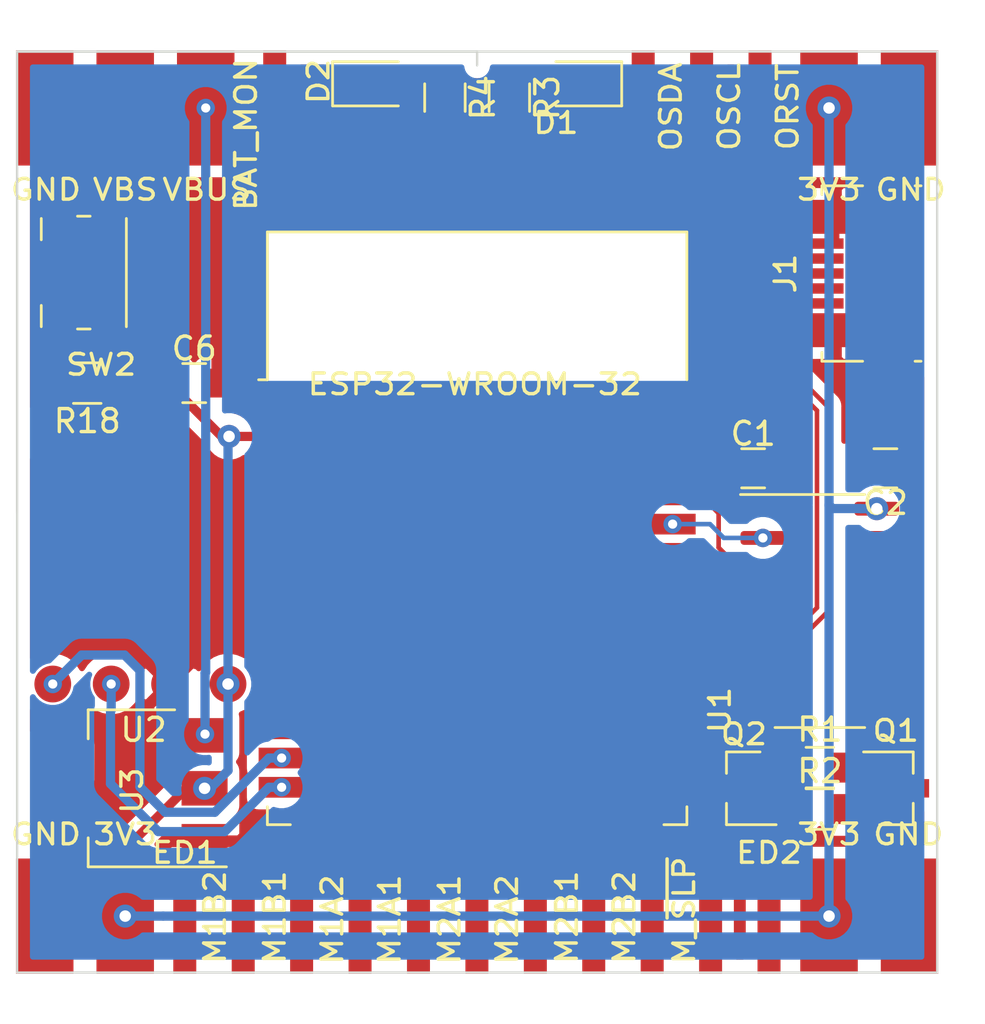
<source format=kicad_pcb>
(kicad_pcb (version 20171130) (host pcbnew "(5.1.2)-1")

  (general
    (thickness 1.6)
    (drawings 7)
    (tracks 149)
    (zones 0)
    (modules 42)
    (nets 38)
  )

  (page A4)
  (layers
    (0 F.Cu signal)
    (31 B.Cu signal)
    (32 B.Adhes user)
    (33 F.Adhes user)
    (34 B.Paste user)
    (35 F.Paste user)
    (36 B.SilkS user)
    (37 F.SilkS user)
    (38 B.Mask user)
    (39 F.Mask user)
    (40 Dwgs.User user)
    (41 Cmts.User user)
    (42 Eco1.User user)
    (43 Eco2.User user)
    (44 Edge.Cuts user)
    (45 Margin user)
    (46 B.CrtYd user)
    (47 F.CrtYd user)
    (48 B.Fab user)
    (49 F.Fab user)
  )

  (setup
    (last_trace_width 0.4)
    (user_trace_width 0.2)
    (user_trace_width 0.3)
    (user_trace_width 0.4)
    (trace_clearance 0.2)
    (zone_clearance 0.508)
    (zone_45_only no)
    (trace_min 0.2)
    (via_size 0.8)
    (via_drill 0.4)
    (via_min_size 0.4)
    (via_min_drill 0.3)
    (uvia_size 0.3)
    (uvia_drill 0.1)
    (uvias_allowed no)
    (uvia_min_size 0.2)
    (uvia_min_drill 0.1)
    (edge_width 0.1)
    (segment_width 0.2)
    (pcb_text_width 0.3)
    (pcb_text_size 1.5 1.5)
    (mod_edge_width 0.15)
    (mod_text_size 1 1)
    (mod_text_width 0.15)
    (pad_size 1.475 2.1)
    (pad_drill 0)
    (pad_to_mask_clearance 0)
    (aux_axis_origin 0 0)
    (grid_origin 215.5 123)
    (visible_elements 7FFFFFFF)
    (pcbplotparams
      (layerselection 0x010fc_ffffffff)
      (usegerberextensions false)
      (usegerberattributes false)
      (usegerberadvancedattributes false)
      (creategerberjobfile false)
      (excludeedgelayer true)
      (linewidth 0.100000)
      (plotframeref false)
      (viasonmask false)
      (mode 1)
      (useauxorigin false)
      (hpglpennumber 1)
      (hpglpenspeed 20)
      (hpglpendiameter 15.000000)
      (psnegative false)
      (psa4output false)
      (plotreference true)
      (plotvalue true)
      (plotinvisibletext false)
      (padsonsilk false)
      (subtractmaskfromsilk false)
      (outputformat 1)
      (mirror false)
      (drillshape 1)
      (scaleselection 1)
      (outputdirectory ""))
  )

  (net 0 "")
  (net 1 GND)
  (net 2 "Net-(C1-Pad1)")
  (net 3 VBUS)
  (net 4 +3V3)
  (net 5 /~RST)
  (net 6 "Net-(D1-Pad2)")
  (net 7 "Net-(D2-Pad2)")
  (net 8 /M1_M2_~SLEEP)
  (net 9 /M2_BOUT2)
  (net 10 /M2_BOUT1)
  (net 11 /M2_AOUT2)
  (net 12 /M2_AOUT1)
  (net 13 /M1_AOUT1)
  (net 14 /M1_AOUT2)
  (net 15 /M1_BOUT1)
  (net 16 /M1_BOUT2)
  (net 17 /BAT_MON)
  (net 18 /ED_IN1)
  (net 19 /ED_IN2)
  (net 20 /OLED_SDA)
  (net 21 /OLED_SCL)
  (net 22 /OLED_~RES)
  (net 23 "Net-(Q1-Pad1)")
  (net 24 "Net-(Q1-Pad2)")
  (net 25 /GPIO0)
  (net 26 "Net-(Q2-Pad2)")
  (net 27 "Net-(Q2-Pad1)")
  (net 28 /STATUS_LED_BLUE)
  (net 29 /STATUS_LED_GRN)
  (net 30 /TXD-RXD)
  (net 31 /RXD-TXD)
  (net 32 /OD_SHUT)
  (net 33 /OD_INTERRUPT)
  (net 34 /OD_SDA)
  (net 35 /OD_SCL)
  (net 36 /D-)
  (net 37 /D+)

  (net_class Default "This is the default net class."
    (clearance 0.2)
    (trace_width 0.2)
    (via_dia 0.8)
    (via_drill 0.4)
    (uvia_dia 0.3)
    (uvia_drill 0.1)
    (add_net /BAT_MON)
    (add_net /D+)
    (add_net /D-)
    (add_net /ED_IN1)
    (add_net /ED_IN2)
    (add_net /GPIO0)
    (add_net /M1_AOUT1)
    (add_net /M1_AOUT2)
    (add_net /M1_BOUT1)
    (add_net /M1_BOUT2)
    (add_net /M1_M2_~SLEEP)
    (add_net /M2_AOUT1)
    (add_net /M2_AOUT2)
    (add_net /M2_BOUT1)
    (add_net /M2_BOUT2)
    (add_net /OD_INTERRUPT)
    (add_net /OD_SCL)
    (add_net /OD_SDA)
    (add_net /OD_SHUT)
    (add_net /OLED_SCL)
    (add_net /OLED_SDA)
    (add_net /OLED_~RES)
    (add_net /RXD-TXD)
    (add_net /STATUS_LED_BLUE)
    (add_net /STATUS_LED_GRN)
    (add_net /TXD-RXD)
    (add_net /~RST)
    (add_net "Net-(C1-Pad1)")
    (add_net "Net-(D1-Pad2)")
    (add_net "Net-(D2-Pad2)")
    (add_net "Net-(Q1-Pad1)")
    (add_net "Net-(Q1-Pad2)")
    (add_net "Net-(Q2-Pad1)")
    (add_net "Net-(Q2-Pad2)")
    (add_net VBUS)
  )

  (net_class Power ""
    (clearance 0.3)
    (trace_width 0.4)
    (via_dia 1)
    (via_drill 0.5)
    (uvia_dia 0.3)
    (uvia_drill 0.1)
    (add_net +3V3)
    (add_net GND)
  )

  (module RF_Module:ESP32-WROOM-32 (layer F.Cu) (tedit 5B5B4654) (tstamp 5D74F381)
    (at 215.5 126.7)
    (descr "Single 2.4 GHz Wi-Fi and Bluetooth combo chip https://www.espressif.com/sites/default/files/documentation/esp32-wroom-32_datasheet_en.pdf")
    (tags "Single 2.4 GHz Wi-Fi and Bluetooth combo  chip")
    (path /5D72A796)
    (attr smd)
    (fp_text reference U10 (at -4.1 -7.55 180) (layer F.Fab)
      (effects (font (size 0.9 1) (thickness 0.15)))
    )
    (fp_text value ESP32-WROOM-32 (at -0.1 -9.25) (layer F.SilkS)
      (effects (font (size 0.9 1) (thickness 0.15)))
    )
    (fp_line (start -9.12 -9.445) (end -9.5 -9.445) (layer F.SilkS) (width 0.12))
    (fp_line (start -9.12 -15.865) (end -9.12 -9.445) (layer F.SilkS) (width 0.12))
    (fp_line (start 9.12 -15.865) (end 9.12 -9.445) (layer F.SilkS) (width 0.12))
    (fp_line (start -9.12 -15.865) (end 9.12 -15.865) (layer F.SilkS) (width 0.12))
    (fp_line (start 9.12 9.88) (end 8.12 9.88) (layer F.SilkS) (width 0.12))
    (fp_line (start 9.12 9.1) (end 9.12 9.88) (layer F.SilkS) (width 0.12))
    (fp_line (start -9.12 9.88) (end -8.12 9.88) (layer F.SilkS) (width 0.12))
    (fp_line (start -9.12 9.1) (end -9.12 9.88) (layer F.SilkS) (width 0.12))
    (fp_line (start 8.4 -20.6) (end 8.2 -20.4) (layer Cmts.User) (width 0.1))
    (fp_line (start 8.4 -16) (end 8.4 -20.6) (layer Cmts.User) (width 0.1))
    (fp_line (start 8.4 -20.6) (end 8.6 -20.4) (layer Cmts.User) (width 0.1))
    (fp_line (start 8.4 -16) (end 8.6 -16.2) (layer Cmts.User) (width 0.1))
    (fp_line (start 8.4 -16) (end 8.2 -16.2) (layer Cmts.User) (width 0.1))
    (fp_line (start -9.2 -13.875) (end -9.4 -14.075) (layer Cmts.User) (width 0.1))
    (fp_line (start -13.8 -13.875) (end -9.2 -13.875) (layer Cmts.User) (width 0.1))
    (fp_line (start -9.2 -13.875) (end -9.4 -13.675) (layer Cmts.User) (width 0.1))
    (fp_line (start -13.8 -13.875) (end -13.6 -13.675) (layer Cmts.User) (width 0.1))
    (fp_line (start -13.8 -13.875) (end -13.6 -14.075) (layer Cmts.User) (width 0.1))
    (fp_line (start 9.2 -13.875) (end 9.4 -13.675) (layer Cmts.User) (width 0.1))
    (fp_line (start 9.2 -13.875) (end 9.4 -14.075) (layer Cmts.User) (width 0.1))
    (fp_line (start 13.8 -13.875) (end 13.6 -13.675) (layer Cmts.User) (width 0.1))
    (fp_line (start 13.8 -13.875) (end 13.6 -14.075) (layer Cmts.User) (width 0.1))
    (fp_line (start 9.2 -13.875) (end 13.8 -13.875) (layer Cmts.User) (width 0.1))
    (fp_line (start 14 -11.585) (end 12 -9.97) (layer Dwgs.User) (width 0.1))
    (fp_line (start 14 -13.2) (end 10 -9.97) (layer Dwgs.User) (width 0.1))
    (fp_line (start 14 -14.815) (end 8 -9.97) (layer Dwgs.User) (width 0.1))
    (fp_line (start 14 -16.43) (end 6 -9.97) (layer Dwgs.User) (width 0.1))
    (fp_line (start 14 -18.045) (end 4 -9.97) (layer Dwgs.User) (width 0.1))
    (fp_line (start 14 -19.66) (end 2 -9.97) (layer Dwgs.User) (width 0.1))
    (fp_line (start 13.475 -20.75) (end 0 -9.97) (layer Dwgs.User) (width 0.1))
    (fp_line (start 11.475 -20.75) (end -2 -9.97) (layer Dwgs.User) (width 0.1))
    (fp_line (start 9.475 -20.75) (end -4 -9.97) (layer Dwgs.User) (width 0.1))
    (fp_line (start 7.475 -20.75) (end -6 -9.97) (layer Dwgs.User) (width 0.1))
    (fp_line (start -8 -9.97) (end 5.475 -20.75) (layer Dwgs.User) (width 0.1))
    (fp_line (start 3.475 -20.75) (end -10 -9.97) (layer Dwgs.User) (width 0.1))
    (fp_line (start 1.475 -20.75) (end -12 -9.97) (layer Dwgs.User) (width 0.1))
    (fp_line (start -0.525 -20.75) (end -14 -9.97) (layer Dwgs.User) (width 0.1))
    (fp_line (start -2.525 -20.75) (end -14 -11.585) (layer Dwgs.User) (width 0.1))
    (fp_line (start -4.525 -20.75) (end -14 -13.2) (layer Dwgs.User) (width 0.1))
    (fp_line (start -6.525 -20.75) (end -14 -14.815) (layer Dwgs.User) (width 0.1))
    (fp_line (start -8.525 -20.75) (end -14 -16.43) (layer Dwgs.User) (width 0.1))
    (fp_line (start -10.525 -20.75) (end -14 -18.045) (layer Dwgs.User) (width 0.1))
    (fp_line (start -12.525 -20.75) (end -14 -19.66) (layer Dwgs.User) (width 0.1))
    (fp_line (start 9.75 -9.72) (end 14.25 -9.72) (layer F.CrtYd) (width 0.05))
    (fp_line (start -14.25 -9.72) (end -9.75 -9.72) (layer F.CrtYd) (width 0.05))
    (fp_line (start 14.25 -21) (end 14.25 -9.72) (layer F.CrtYd) (width 0.05))
    (fp_line (start -14.25 -21) (end -14.25 -9.72) (layer F.CrtYd) (width 0.05))
    (fp_line (start 14 -20.75) (end -14 -20.75) (layer Dwgs.User) (width 0.1))
    (fp_line (start 14 -9.97) (end 14 -20.75) (layer Dwgs.User) (width 0.1))
    (fp_line (start 14 -9.97) (end -14 -9.97) (layer Dwgs.User) (width 0.1))
    (fp_line (start -9 -9.02) (end -8.5 -9.52) (layer F.Fab) (width 0.1))
    (fp_line (start -8.5 -9.52) (end -9 -10.02) (layer F.Fab) (width 0.1))
    (fp_line (start -9 -9.02) (end -9 9.76) (layer F.Fab) (width 0.1))
    (fp_line (start -14.25 -21) (end 14.25 -21) (layer F.CrtYd) (width 0.05))
    (fp_line (start 9.75 -9.72) (end 9.75 10.5) (layer F.CrtYd) (width 0.05))
    (fp_line (start -9.75 10.5) (end 9.75 10.5) (layer F.CrtYd) (width 0.05))
    (fp_line (start -9.75 10.5) (end -9.75 -9.72) (layer F.CrtYd) (width 0.05))
    (fp_line (start -9 -15.745) (end 9 -15.745) (layer F.Fab) (width 0.1))
    (fp_line (start -9 -15.745) (end -9 -10.02) (layer F.Fab) (width 0.1))
    (fp_line (start -9 9.76) (end 9 9.76) (layer F.Fab) (width 0.1))
    (fp_line (start 9 9.76) (end 9 -15.745) (layer F.Fab) (width 0.1))
    (fp_line (start -14 -9.97) (end -14 -20.75) (layer Dwgs.User) (width 0.1))
    (fp_text user "5 mm" (at 11.8 -14.375) (layer Cmts.User)
      (effects (font (size 0.5 0.5) (thickness 0.1)))
    )
    (fp_text user "5 mm" (at -11.2 -14.375) (layer Cmts.User)
      (effects (font (size 0.5 0.5) (thickness 0.1)))
    )
    (fp_text user "5 mm" (at 11.8 -14.375) (layer Cmts.User)
      (effects (font (size 0.5 0.5) (thickness 0.1)))
    )
    (fp_text user Antenna (at 0 -13) (layer Cmts.User)
      (effects (font (size 1 1) (thickness 0.15)))
    )
    (fp_text user "KEEP-OUT ZONE" (at 0 -19) (layer Cmts.User)
      (effects (font (size 1 1) (thickness 0.15)))
    )
    (fp_text user %R (at -4.1 -7.55) (layer F.Fab)
      (effects (font (size 0.9 1) (thickness 0.15)))
    )
    (pad 38 smd rect (at 8.5 -8.255) (size 2 0.9) (layers F.Cu F.Paste F.Mask)
      (net 1 GND))
    (pad 37 smd rect (at 8.5 -6.985) (size 2 0.9) (layers F.Cu F.Paste F.Mask)
      (net 22 /OLED_~RES))
    (pad 36 smd rect (at 8.5 -5.715) (size 2 0.9) (layers F.Cu F.Paste F.Mask)
      (net 21 /OLED_SCL))
    (pad 35 smd rect (at 8.5 -4.445) (size 2 0.9) (layers F.Cu F.Paste F.Mask)
      (net 31 /RXD-TXD))
    (pad 34 smd rect (at 8.5 -3.175) (size 2 0.9) (layers F.Cu F.Paste F.Mask)
      (net 30 /TXD-RXD))
    (pad 33 smd rect (at 8.5 -1.905) (size 2 0.9) (layers F.Cu F.Paste F.Mask)
      (net 20 /OLED_SDA))
    (pad 32 smd rect (at 8.5 -0.635) (size 2 0.9) (layers F.Cu F.Paste F.Mask))
    (pad 31 smd rect (at 8.5 0.635) (size 2 0.9) (layers F.Cu F.Paste F.Mask)
      (net 29 /STATUS_LED_GRN))
    (pad 30 smd rect (at 8.5 1.905) (size 2 0.9) (layers F.Cu F.Paste F.Mask)
      (net 28 /STATUS_LED_BLUE))
    (pad 29 smd rect (at 8.5 3.175) (size 2 0.9) (layers F.Cu F.Paste F.Mask))
    (pad 28 smd rect (at 8.5 4.445) (size 2 0.9) (layers F.Cu F.Paste F.Mask))
    (pad 27 smd rect (at 8.5 5.715) (size 2 0.9) (layers F.Cu F.Paste F.Mask))
    (pad 26 smd rect (at 8.5 6.985) (size 2 0.9) (layers F.Cu F.Paste F.Mask))
    (pad 25 smd rect (at 8.5 8.255) (size 2 0.9) (layers F.Cu F.Paste F.Mask)
      (net 25 /GPIO0))
    (pad 24 smd rect (at 5.715 9.255 90) (size 2 0.9) (layers F.Cu F.Paste F.Mask)
      (net 8 /M1_M2_~SLEEP))
    (pad 23 smd rect (at 4.445 9.255 90) (size 2 0.9) (layers F.Cu F.Paste F.Mask)
      (net 9 /M2_BOUT2))
    (pad 22 smd rect (at 3.175 9.255 90) (size 2 0.9) (layers F.Cu F.Paste F.Mask)
      (net 10 /M2_BOUT1))
    (pad 21 smd rect (at 1.905 9.255 90) (size 2 0.9) (layers F.Cu F.Paste F.Mask)
      (net 11 /M2_AOUT2))
    (pad 20 smd rect (at 0.635 9.255 90) (size 2 0.9) (layers F.Cu F.Paste F.Mask)
      (net 12 /M2_AOUT1))
    (pad 19 smd rect (at -0.635 9.255 90) (size 2 0.9) (layers F.Cu F.Paste F.Mask)
      (net 13 /M1_AOUT1))
    (pad 18 smd rect (at -1.905 9.255 90) (size 2 0.9) (layers F.Cu F.Paste F.Mask)
      (net 14 /M1_AOUT2))
    (pad 17 smd rect (at -3.175 9.255 90) (size 2 0.9) (layers F.Cu F.Paste F.Mask)
      (net 15 /M1_BOUT1))
    (pad 16 smd rect (at -4.445 9.255 90) (size 2 0.9) (layers F.Cu F.Paste F.Mask)
      (net 16 /M1_BOUT2))
    (pad 15 smd rect (at -5.715 9.255 90) (size 2 0.9) (layers F.Cu F.Paste F.Mask)
      (net 1 GND))
    (pad 14 smd rect (at -8.5 8.255) (size 2 0.9) (layers F.Cu F.Paste F.Mask)
      (net 35 /OD_SCL))
    (pad 13 smd rect (at -8.5 6.985) (size 2 0.9) (layers F.Cu F.Paste F.Mask)
      (net 34 /OD_SDA))
    (pad 12 smd rect (at -8.5 5.715) (size 2 0.9) (layers F.Cu F.Paste F.Mask))
    (pad 11 smd rect (at -8.5 4.445) (size 2 0.9) (layers F.Cu F.Paste F.Mask))
    (pad 10 smd rect (at -8.5 3.175) (size 2 0.9) (layers F.Cu F.Paste F.Mask)
      (net 17 /BAT_MON))
    (pad 9 smd rect (at -8.5 1.905) (size 2 0.9) (layers F.Cu F.Paste F.Mask)
      (net 32 /OD_SHUT))
    (pad 8 smd rect (at -8.5 0.635) (size 2 0.9) (layers F.Cu F.Paste F.Mask)
      (net 33 /OD_INTERRUPT))
    (pad 7 smd rect (at -8.5 -0.635) (size 2 0.9) (layers F.Cu F.Paste F.Mask)
      (net 19 /ED_IN2))
    (pad 6 smd rect (at -8.5 -1.905) (size 2 0.9) (layers F.Cu F.Paste F.Mask)
      (net 18 /ED_IN1))
    (pad 5 smd rect (at -8.5 -3.175) (size 2 0.9) (layers F.Cu F.Paste F.Mask))
    (pad 4 smd rect (at -8.5 -4.445) (size 2 0.9) (layers F.Cu F.Paste F.Mask))
    (pad 3 smd rect (at -8.5 -5.715) (size 2 0.9) (layers F.Cu F.Paste F.Mask)
      (net 5 /~RST))
    (pad 2 smd rect (at -8.5 -6.985) (size 2 0.9) (layers F.Cu F.Paste F.Mask)
      (net 4 +3V3))
    (pad 1 smd rect (at -8.5 -8.255) (size 2 0.9) (layers F.Cu F.Paste F.Mask)
      (net 1 GND))
    (pad 39 smd rect (at -1 -0.755) (size 5 5) (layers F.Cu F.Paste F.Mask))
    (model ${KISYS3DMOD}/RF_Module.3dshapes/ESP32-WROOM-32.wrl
      (at (xyz 0 0 0))
      (scale (xyz 1 1 1))
      (rotate (xyz 0 0 0))
    )
  )

  (module Custom:GYVL53L0X_NoMountingHoles (layer F.Cu) (tedit 5D84D14A) (tstamp 5D8572E6)
    (at 204.7 129.9)
    (path /5D72A7B2)
    (fp_text reference U2 (at -3.7 2.56) (layer F.SilkS)
      (effects (font (size 1 1) (thickness 0.15)))
    )
    (fp_text value CJVL53L0XV2 (at -3.88 -12.33) (layer F.Fab)
      (effects (font (size 1 1) (thickness 0.15)))
    )
    (fp_line (start -9.06 1.8) (end -9.06 -11.5) (layer F.CrtYd) (width 0.12))
    (fp_line (start 1.44 1.8) (end -9.06 1.8) (layer F.CrtYd) (width 0.12))
    (fp_line (start 1.44 -11.5) (end 1.44 1.8) (layer F.CrtYd) (width 0.12))
    (fp_line (start -9.06 -11.5) (end 1.44 -11.5) (layer F.CrtYd) (width 0.12))
    (fp_line (start -9.1 -5.3) (end -9.1 -8.5) (layer Eco2.User) (width 0.12))
    (fp_line (start -3.9 -5.3) (end -9.1 -5.3) (layer Eco2.User) (width 0.12))
    (fp_line (start -3.9 -8.5) (end -3.9 -5.3) (layer Eco2.User) (width 0.12))
    (fp_line (start -9.1 -8.5) (end -3.9 -8.5) (layer Eco2.User) (width 0.12))
    (pad 1 smd circle (at -0.03 0.57) (size 1.6 1.6) (layers F.Cu F.Paste F.Mask)
      (net 4 +3V3))
    (pad 2 smd circle (at -2.57 0.57) (size 1.6 1.6) (layers F.Cu F.Paste F.Mask)
      (net 1 GND))
    (pad 3 smd circle (at -5.11 0.57) (size 1.6 1.6) (layers F.Cu F.Paste F.Mask)
      (net 35 /OD_SCL))
    (pad 4 smd circle (at -7.65 0.57) (size 1.6 1.6) (layers F.Cu F.Paste F.Mask)
      (net 34 /OD_SDA))
    (pad 5 smd circle (at -7.65 -10.33) (size 1.6 1.6) (layers F.Cu F.Paste F.Mask)
      (net 33 /OD_INTERRUPT))
    (pad 6 smd circle (at -5.11 -10.33) (size 1.6 1.6) (layers F.Cu F.Paste F.Mask)
      (net 32 /OD_SHUT))
  )

  (module Package_TO_SOT_SMD:SOT-223 (layer F.Cu) (tedit 5A02FF57) (tstamp 5D780DC7)
    (at 200.5 135 180)
    (descr "module CMS SOT223 4 pins")
    (tags "CMS SOT")
    (path /5D7374D1)
    (attr smd)
    (fp_text reference U3 (at 0 -0.1 270) (layer F.SilkS)
      (effects (font (size 0.9 1) (thickness 0.15)))
    )
    (fp_text value LD1117S33CTR (at 0 4.5) (layer F.Fab)
      (effects (font (size 0.9 1) (thickness 0.15)))
    )
    (fp_line (start 1.85 -3.35) (end 1.85 3.35) (layer F.Fab) (width 0.1))
    (fp_line (start -1.85 3.35) (end 1.85 3.35) (layer F.Fab) (width 0.1))
    (fp_line (start -4.1 -3.41) (end 1.91 -3.41) (layer F.SilkS) (width 0.12))
    (fp_line (start -0.8 -3.35) (end 1.85 -3.35) (layer F.Fab) (width 0.1))
    (fp_line (start -1.85 3.41) (end 1.91 3.41) (layer F.SilkS) (width 0.12))
    (fp_line (start -1.85 -2.3) (end -1.85 3.35) (layer F.Fab) (width 0.1))
    (fp_line (start -4.4 -3.6) (end -4.4 3.6) (layer F.CrtYd) (width 0.05))
    (fp_line (start -4.4 3.6) (end 4.4 3.6) (layer F.CrtYd) (width 0.05))
    (fp_line (start 4.4 3.6) (end 4.4 -3.6) (layer F.CrtYd) (width 0.05))
    (fp_line (start 4.4 -3.6) (end -4.4 -3.6) (layer F.CrtYd) (width 0.05))
    (fp_line (start 1.91 -3.41) (end 1.91 -2.15) (layer F.SilkS) (width 0.12))
    (fp_line (start 1.91 3.41) (end 1.91 2.15) (layer F.SilkS) (width 0.12))
    (fp_line (start -1.85 -2.3) (end -0.8 -3.35) (layer F.Fab) (width 0.1))
    (fp_text user %R (at 0 0 90) (layer F.Fab)
      (effects (font (size 0.9 0.8) (thickness 0.12)))
    )
    (pad 1 smd rect (at -3.15 -2.3 180) (size 2 1.5) (layers F.Cu F.Paste F.Mask)
      (net 1 GND))
    (pad 3 smd rect (at -3.15 2.3 180) (size 2 1.5) (layers F.Cu F.Paste F.Mask)
      (net 3 VBUS))
    (pad 2 smd rect (at -3.15 0 180) (size 2 1.5) (layers F.Cu F.Paste F.Mask)
      (net 4 +3V3))
    (pad 4 smd rect (at 3.15 0 180) (size 2 3.8) (layers F.Cu F.Paste F.Mask)
      (net 1 GND))
    (model ${KISYS3DMOD}/Package_TO_SOT_SMD.3dshapes/SOT-223.wrl
      (at (xyz 0 0 0))
      (scale (xyz 1 1 1))
      (rotate (xyz 0 0 0))
    )
  )

  (module Custom:Mounting_Pad_Power (layer F.Cu) (tedit 5D7A81B3) (tstamp 5D7C2576)
    (at 230.8 105.45)
    (path /5D7A096E)
    (fp_text reference H24 (at 0 3.9) (layer F.Fab)
      (effects (font (size 0.9 1) (thickness 0.15)))
    )
    (fp_text value 3V3 (at 0 3.55) (layer F.SilkS)
      (effects (font (size 0.9 1) (thickness 0.15)))
    )
    (pad 1 smd rect (at 0 0) (size 2.5 5) (layers F.Cu F.Paste F.Mask)
      (net 4 +3V3))
  )

  (module Button_Switch_SMD:Panasonic_EVQPUJ_EVQPUA (layer F.Cu) (tedit 5A02FC95) (tstamp 5D858638)
    (at 198.4 112.6 90)
    (descr http://industrial.panasonic.com/cdbs/www-data/pdf/ATV0000/ATV0000CE5.pdf)
    (tags "SMD SMT SPST EVQPUJ EVQPUA")
    (path /5D62C889)
    (attr smd)
    (fp_text reference SW2 (at -4 0.75 180) (layer F.SilkS)
      (effects (font (size 0.9 1) (thickness 0.15)))
    )
    (fp_text value SW_Push (at 0 3.5 90) (layer F.Fab)
      (effects (font (size 0.9 1) (thickness 0.15)))
    )
    (fp_line (start 3.9 -3.25) (end -3.9 -3.25) (layer F.CrtYd) (width 0.05))
    (fp_line (start 3.9 2.25) (end -3.9 2.25) (layer F.CrtYd) (width 0.05))
    (fp_line (start -3.9 2.25) (end -3.9 -3.25) (layer F.CrtYd) (width 0.05))
    (fp_line (start -1.425 -1.85) (end -2.35 -1.85) (layer F.SilkS) (width 0.12))
    (fp_line (start 2.45 0.275) (end 2.45 -0.275) (layer F.SilkS) (width 0.12))
    (fp_line (start 2.35 1.75) (end -2.35 1.75) (layer F.Fab) (width 0.1))
    (fp_line (start 2.35 -1.75) (end -2.35 -1.75) (layer F.Fab) (width 0.1))
    (fp_line (start -2.35 1.75) (end -2.35 -1.75) (layer F.Fab) (width 0.1))
    (fp_line (start 2.35 1.75) (end 2.35 -1.75) (layer F.Fab) (width 0.1))
    (fp_line (start 1.3 -2.75) (end -1.3 -2.75) (layer F.Fab) (width 0.1))
    (fp_line (start 1.3 -2.75) (end 1.3 -1.75) (layer F.Fab) (width 0.1))
    (fp_line (start -1.3 -2.75) (end -1.3 -1.75) (layer F.Fab) (width 0.1))
    (fp_line (start -2.45 0.275) (end -2.45 -0.275) (layer F.SilkS) (width 0.12))
    (fp_line (start 2.35 1.85) (end -2.35 1.85) (layer F.SilkS) (width 0.12))
    (fp_line (start 2.35 -1.85) (end 1.425 -1.85) (layer F.SilkS) (width 0.12))
    (fp_line (start 3.9 2.25) (end 3.9 -3.25) (layer F.CrtYd) (width 0.05))
    (fp_text user %R (at 0 1.1 90) (layer F.Fab)
      (effects (font (size 0.9 1) (thickness 0.15)))
    )
    (pad 1 smd rect (at 2.625 -0.85 270) (size 1.55 1) (layers F.Cu F.Paste F.Mask)
      (net 1 GND))
    (pad 1 smd rect (at -2.625 -0.85 270) (size 1.55 1) (layers F.Cu F.Paste F.Mask)
      (net 1 GND))
    (pad 2 smd rect (at -2.625 0.85 270) (size 1.55 1) (layers F.Cu F.Paste F.Mask)
      (net 5 /~RST))
    (pad 2 smd rect (at 2.625 0.85 270) (size 1.55 1) (layers F.Cu F.Paste F.Mask)
      (net 5 /~RST))
    (model ${KISYS3DMOD}/Button_Switch_SMD.3dshapes/Panasonic_EVQPUJ_EVQPUA.wrl
      (at (xyz 0 0 0))
      (scale (xyz 1 1 1))
      (rotate (xyz 0 0 0))
    )
  )

  (module Package_SO:SOIC-16_3.9x9.9mm_P1.27mm (layer F.Cu) (tedit 5C97300E) (tstamp 5D857811)
    (at 230.4 127.3)
    (descr "SOIC, 16 Pin (JEDEC MS-012AC, https://www.analog.com/media/en/package-pcb-resources/package/pkg_pdf/soic_narrow-r/r_16.pdf), generated with kicad-footprint-generator ipc_gullwing_generator.py")
    (tags "SOIC SO")
    (path /5D72A79F)
    (attr smd)
    (fp_text reference U1 (at -4.35 4.3 90) (layer F.SilkS)
      (effects (font (size 0.9 1) (thickness 0.15)))
    )
    (fp_text value CH340C (at 0 5.9) (layer F.Fab)
      (effects (font (size 0.9 1) (thickness 0.15)))
    )
    (fp_text user %R (at 0 0) (layer F.Fab)
      (effects (font (size 0.9 0.98) (thickness 0.15)))
    )
    (fp_line (start 3.7 -5.2) (end -3.7 -5.2) (layer F.CrtYd) (width 0.05))
    (fp_line (start 3.7 5.2) (end 3.7 -5.2) (layer F.CrtYd) (width 0.05))
    (fp_line (start -3.7 5.2) (end 3.7 5.2) (layer F.CrtYd) (width 0.05))
    (fp_line (start -3.7 -5.2) (end -3.7 5.2) (layer F.CrtYd) (width 0.05))
    (fp_line (start -1.95 -3.975) (end -0.975 -4.95) (layer F.Fab) (width 0.1))
    (fp_line (start -1.95 4.95) (end -1.95 -3.975) (layer F.Fab) (width 0.1))
    (fp_line (start 1.95 4.95) (end -1.95 4.95) (layer F.Fab) (width 0.1))
    (fp_line (start 1.95 -4.95) (end 1.95 4.95) (layer F.Fab) (width 0.1))
    (fp_line (start -0.975 -4.95) (end 1.95 -4.95) (layer F.Fab) (width 0.1))
    (fp_line (start 0 -5.06) (end -3.45 -5.06) (layer F.SilkS) (width 0.12))
    (fp_line (start 0 -5.06) (end 1.95 -5.06) (layer F.SilkS) (width 0.12))
    (fp_line (start 0 5.06) (end -1.95 5.06) (layer F.SilkS) (width 0.12))
    (fp_line (start 0 5.06) (end 1.95 5.06) (layer F.SilkS) (width 0.12))
    (pad 16 smd roundrect (at 2.475 -4.445) (size 1.95 0.6) (layers F.Cu F.Paste F.Mask) (roundrect_rratio 0.25)
      (net 4 +3V3))
    (pad 15 smd roundrect (at 2.475 -3.175) (size 1.95 0.6) (layers F.Cu F.Paste F.Mask) (roundrect_rratio 0.25))
    (pad 14 smd roundrect (at 2.475 -1.905) (size 1.95 0.6) (layers F.Cu F.Paste F.Mask) (roundrect_rratio 0.25)
      (net 24 "Net-(Q1-Pad2)"))
    (pad 13 smd roundrect (at 2.475 -0.635) (size 1.95 0.6) (layers F.Cu F.Paste F.Mask) (roundrect_rratio 0.25)
      (net 26 "Net-(Q2-Pad2)"))
    (pad 12 smd roundrect (at 2.475 0.635) (size 1.95 0.6) (layers F.Cu F.Paste F.Mask) (roundrect_rratio 0.25))
    (pad 11 smd roundrect (at 2.475 1.905) (size 1.95 0.6) (layers F.Cu F.Paste F.Mask) (roundrect_rratio 0.25))
    (pad 10 smd roundrect (at 2.475 3.175) (size 1.95 0.6) (layers F.Cu F.Paste F.Mask) (roundrect_rratio 0.25))
    (pad 9 smd roundrect (at 2.475 4.445) (size 1.95 0.6) (layers F.Cu F.Paste F.Mask) (roundrect_rratio 0.25))
    (pad 8 smd roundrect (at -2.475 4.445) (size 1.95 0.6) (layers F.Cu F.Paste F.Mask) (roundrect_rratio 0.25))
    (pad 7 smd roundrect (at -2.475 3.175) (size 1.95 0.6) (layers F.Cu F.Paste F.Mask) (roundrect_rratio 0.25))
    (pad 6 smd roundrect (at -2.475 1.905) (size 1.95 0.6) (layers F.Cu F.Paste F.Mask) (roundrect_rratio 0.25)
      (net 36 /D-))
    (pad 5 smd roundrect (at -2.475 0.635) (size 1.95 0.6) (layers F.Cu F.Paste F.Mask) (roundrect_rratio 0.25)
      (net 37 /D+))
    (pad 4 smd roundrect (at -2.475 -0.635) (size 1.95 0.6) (layers F.Cu F.Paste F.Mask) (roundrect_rratio 0.25)
      (net 2 "Net-(C1-Pad1)"))
    (pad 3 smd roundrect (at -2.475 -1.905) (size 1.95 0.6) (layers F.Cu F.Paste F.Mask) (roundrect_rratio 0.25)
      (net 31 /RXD-TXD))
    (pad 2 smd roundrect (at -2.475 -3.175) (size 1.95 0.6) (layers F.Cu F.Paste F.Mask) (roundrect_rratio 0.25)
      (net 30 /TXD-RXD))
    (pad 1 smd roundrect (at -2.475 -4.445) (size 1.95 0.6) (layers F.Cu F.Paste F.Mask) (roundrect_rratio 0.25)
      (net 1 GND))
    (model ${KISYS3DMOD}/Package_SO.3dshapes/SOIC-16_3.9x9.9mm_P1.27mm.wrl
      (at (xyz 0 0 0))
      (scale (xyz 1 1 1))
      (rotate (xyz 0 0 0))
    )
  )

  (module Package_TO_SOT_SMD:SOT-23 (layer F.Cu) (tedit 5A02FF57) (tstamp 5D8576E9)
    (at 227.1 135 180)
    (descr "SOT-23, Standard")
    (tags SOT-23)
    (path /5D727738)
    (attr smd)
    (fp_text reference Q2 (at 0 2.35) (layer F.SilkS)
      (effects (font (size 0.9 1) (thickness 0.15)))
    )
    (fp_text value BC849 (at 0 2.5) (layer F.Fab)
      (effects (font (size 0.9 1) (thickness 0.15)))
    )
    (fp_line (start 0.76 1.58) (end -0.7 1.58) (layer F.SilkS) (width 0.12))
    (fp_line (start 0.76 -1.58) (end -1.4 -1.58) (layer F.SilkS) (width 0.12))
    (fp_line (start -1.7 1.75) (end -1.7 -1.75) (layer F.CrtYd) (width 0.05))
    (fp_line (start 1.7 1.75) (end -1.7 1.75) (layer F.CrtYd) (width 0.05))
    (fp_line (start 1.7 -1.75) (end 1.7 1.75) (layer F.CrtYd) (width 0.05))
    (fp_line (start -1.7 -1.75) (end 1.7 -1.75) (layer F.CrtYd) (width 0.05))
    (fp_line (start 0.76 -1.58) (end 0.76 -0.65) (layer F.SilkS) (width 0.12))
    (fp_line (start 0.76 1.58) (end 0.76 0.65) (layer F.SilkS) (width 0.12))
    (fp_line (start -0.7 1.52) (end 0.7 1.52) (layer F.Fab) (width 0.1))
    (fp_line (start 0.7 -1.52) (end 0.7 1.52) (layer F.Fab) (width 0.1))
    (fp_line (start -0.7 -0.95) (end -0.15 -1.52) (layer F.Fab) (width 0.1))
    (fp_line (start -0.15 -1.52) (end 0.7 -1.52) (layer F.Fab) (width 0.1))
    (fp_line (start -0.7 -0.95) (end -0.7 1.5) (layer F.Fab) (width 0.1))
    (fp_text user %R (at 0 0 90) (layer F.Fab)
      (effects (font (size 0.9 0.5) (thickness 0.075)))
    )
    (pad 3 smd rect (at 1 0 180) (size 0.9 0.8) (layers F.Cu F.Paste F.Mask)
      (net 25 /GPIO0))
    (pad 2 smd rect (at -1 0.95 180) (size 0.9 0.8) (layers F.Cu F.Paste F.Mask)
      (net 26 "Net-(Q2-Pad2)"))
    (pad 1 smd rect (at -1 -0.95 180) (size 0.9 0.8) (layers F.Cu F.Paste F.Mask)
      (net 27 "Net-(Q2-Pad1)"))
    (model ${KISYS3DMOD}/Package_TO_SOT_SMD.3dshapes/SOT-23.wrl
      (at (xyz 0 0 0))
      (scale (xyz 1 1 1))
      (rotate (xyz 0 0 0))
    )
  )

  (module Package_TO_SOT_SMD:SOT-23 (layer F.Cu) (tedit 5A02FF57) (tstamp 5D857725)
    (at 233.7 135)
    (descr "SOT-23, Standard")
    (tags SOT-23)
    (path /5D727732)
    (attr smd)
    (fp_text reference Q1 (at 0 -2.5) (layer F.SilkS)
      (effects (font (size 0.9 1) (thickness 0.15)))
    )
    (fp_text value BC849 (at 0 2.5) (layer F.Fab)
      (effects (font (size 0.9 1) (thickness 0.15)))
    )
    (fp_line (start 0.76 1.58) (end -0.7 1.58) (layer F.SilkS) (width 0.12))
    (fp_line (start 0.76 -1.58) (end -1.4 -1.58) (layer F.SilkS) (width 0.12))
    (fp_line (start -1.7 1.75) (end -1.7 -1.75) (layer F.CrtYd) (width 0.05))
    (fp_line (start 1.7 1.75) (end -1.7 1.75) (layer F.CrtYd) (width 0.05))
    (fp_line (start 1.7 -1.75) (end 1.7 1.75) (layer F.CrtYd) (width 0.05))
    (fp_line (start -1.7 -1.75) (end 1.7 -1.75) (layer F.CrtYd) (width 0.05))
    (fp_line (start 0.76 -1.58) (end 0.76 -0.65) (layer F.SilkS) (width 0.12))
    (fp_line (start 0.76 1.58) (end 0.76 0.65) (layer F.SilkS) (width 0.12))
    (fp_line (start -0.7 1.52) (end 0.7 1.52) (layer F.Fab) (width 0.1))
    (fp_line (start 0.7 -1.52) (end 0.7 1.52) (layer F.Fab) (width 0.1))
    (fp_line (start -0.7 -0.95) (end -0.15 -1.52) (layer F.Fab) (width 0.1))
    (fp_line (start -0.15 -1.52) (end 0.7 -1.52) (layer F.Fab) (width 0.1))
    (fp_line (start -0.7 -0.95) (end -0.7 1.5) (layer F.Fab) (width 0.1))
    (fp_text user %R (at 0 0 90) (layer F.Fab)
      (effects (font (size 0.9 0.5) (thickness 0.075)))
    )
    (pad 3 smd rect (at 1 0) (size 0.9 0.8) (layers F.Cu F.Paste F.Mask)
      (net 5 /~RST))
    (pad 2 smd rect (at -1 0.95) (size 0.9 0.8) (layers F.Cu F.Paste F.Mask)
      (net 24 "Net-(Q1-Pad2)"))
    (pad 1 smd rect (at -1 -0.95) (size 0.9 0.8) (layers F.Cu F.Paste F.Mask)
      (net 23 "Net-(Q1-Pad1)"))
    (model ${KISYS3DMOD}/Package_TO_SOT_SMD.3dshapes/SOT-23.wrl
      (at (xyz 0 0 0))
      (scale (xyz 1 1 1))
      (rotate (xyz 0 0 0))
    )
  )

  (module Connectors_USB:USB_Micro-B_Molex_47346-0001 (layer F.Cu) (tedit 5D7BA541) (tstamp 5D8587A0)
    (at 233.4 112.64 90)
    (descr "Micro USB B receptable with flange, bottom-mount, SMD, right-angle (http://www.molex.com/pdm_docs/sd/473460001_sd.pdf)")
    (tags "Micro B USB SMD")
    (path /5D7374D7)
    (attr smd)
    (fp_text reference J1 (at 0 -4.5 270) (layer F.SilkS)
      (effects (font (size 0.9 1) (thickness 0.15)))
    )
    (fp_text value USB_B_Micro (at 0 3.4 270) (layer F.Fab)
      (effects (font (size 0.9 1) (thickness 0.15)))
    )
    (fp_line (start -3.25 1.45) (end 3.25 1.45) (layer F.Fab) (width 0.1))
    (fp_line (start -3.81 1.4) (end -3.81 1.14) (layer F.SilkS) (width 0.12))
    (fp_line (start -3.81 -1.14) (end -3.81 -2.91) (layer F.SilkS) (width 0.12))
    (fp_line (start -3.81 -2.91) (end -3.43 -2.91) (layer F.SilkS) (width 0.12))
    (fp_line (start 3.81 -2.91) (end 3.81 -1.14) (layer F.SilkS) (width 0.12))
    (fp_line (start 3.81 1.14) (end 3.81 1.4) (layer F.SilkS) (width 0.12))
    (fp_line (start -3.75 2.15) (end -3.75 -2.85) (layer F.Fab) (width 0.1))
    (fp_line (start -3.75 -2.85) (end 3.75 -2.85) (layer F.Fab) (width 0.1))
    (fp_line (start 3.75 -2.85) (end 3.75 2.15) (layer F.Fab) (width 0.1))
    (fp_line (start 3.75 2.15) (end -3.75 2.15) (layer F.Fab) (width 0.1))
    (fp_line (start -4.6 2.7) (end -4.6 -3.9) (layer F.CrtYd) (width 0.05))
    (fp_line (start -4.6 -3.9) (end 4.6 -3.9) (layer F.CrtYd) (width 0.05))
    (fp_line (start 4.6 -3.9) (end 4.6 2.7) (layer F.CrtYd) (width 0.05))
    (fp_line (start 4.6 2.7) (end -4.6 2.7) (layer F.CrtYd) (width 0.05))
    (fp_line (start 3.81 -2.91) (end 3.43 -2.91) (layer F.SilkS) (width 0.12))
    (fp_text user %R (at 0 0 90) (layer F.Fab)
      (effects (font (size 0.9 1) (thickness 0.15)))
    )
    (fp_text user "PCB Edge" (at 0 1.47 270) (layer Dwgs.User)
      (effects (font (size 0.4 0.4) (thickness 0.04)))
    )
    (pad 6 smd rect (at 0.84 0 90) (size 1.175 1.9) (layers F.Cu F.Paste F.Mask)
      (net 1 GND))
    (pad 6 smd rect (at -0.84 0 90) (size 1.175 1.9) (layers F.Cu F.Paste F.Mask)
      (net 1 GND))
    (pad 6 smd rect (at 2.91 0 90) (size 2.375 1.9) (layers F.Cu F.Paste F.Mask)
      (net 1 GND))
    (pad 6 smd rect (at -2.91 0 90) (size 2.375 1.9) (layers F.Cu F.Paste F.Mask)
      (net 1 GND))
    (pad 6 smd rect (at 2.4625 -2.3 90) (size 1.475 2.1) (layers F.Cu F.Paste F.Mask)
      (net 1 GND) (clearance 0.2))
    (pad 6 smd rect (at -2.4625 -2.3 90) (size 1.475 2.1) (layers F.Cu F.Paste F.Mask)
      (net 1 GND) (clearance 0.2))
    (pad 5 smd rect (at 1.3 -2.66 90) (size 0.45 1.38) (layers F.Cu F.Paste F.Mask)
      (net 1 GND) (clearance 0.2))
    (pad 4 smd rect (at 0.65 -2.66 90) (size 0.45 1.38) (layers F.Cu F.Paste F.Mask))
    (pad 3 smd rect (at 0 -2.66 90) (size 0.45 1.38) (layers F.Cu F.Paste F.Mask)
      (net 37 /D+))
    (pad 2 smd rect (at -0.65 -2.66 90) (size 0.45 1.38) (layers F.Cu F.Paste F.Mask)
      (net 36 /D-))
    (pad 1 smd rect (at -1.3 -2.66 90) (size 0.45 1.38) (layers F.Cu F.Paste F.Mask)
      (net 3 VBUS) (clearance 0.2))
    (model ${KISYS3DMOD}/Connectors_USB.3dshapes/USB_Micro-B_Molex_47346-0001.wrl
      (at (xyz 0 0 0))
      (scale (xyz 1 1 1))
      (rotate (xyz 0 0 0))
    )
  )

  (module Custom:Mounting_Pad_Power (layer F.Cu) (tedit 5D7A81B3) (tstamp 5D746990)
    (at 230.8 140.55)
    (path /5D828208)
    (fp_text reference H23 (at 0 3.9) (layer F.Fab)
      (effects (font (size 0.9 1) (thickness 0.15)))
    )
    (fp_text value 3V3 (at 0 -3.55) (layer F.SilkS)
      (effects (font (size 0.9 1) (thickness 0.15)))
    )
    (pad 1 smd rect (at 0 0) (size 2.5 5) (layers F.Cu F.Paste F.Mask)
      (net 4 +3V3))
  )

  (module Custom:Mounting_Pad_Power (layer F.Cu) (tedit 5D7A81B3) (tstamp 5D856E51)
    (at 234.3 140.55)
    (path /5D83C39D)
    (fp_text reference H22 (at 0 3.9) (layer F.Fab)
      (effects (font (size 0.9 1) (thickness 0.15)))
    )
    (fp_text value GND (at -0.05 -3.55) (layer F.SilkS)
      (effects (font (size 0.9 1) (thickness 0.15)))
    )
    (pad 1 smd rect (at 0 0) (size 2.5 5) (layers F.Cu F.Paste F.Mask)
      (net 1 GND))
  )

  (module Custom:Mounting_Pad_Power (layer F.Cu) (tedit 5D7A81B3) (tstamp 5D746986)
    (at 234.3 105.45 180)
    (path /5D83BE26)
    (fp_text reference H21 (at 0 3.9) (layer F.Fab)
      (effects (font (size 0.9 1) (thickness 0.15)))
    )
    (fp_text value GND (at -0.05 -3.55) (layer F.SilkS)
      (effects (font (size 0.9 1) (thickness 0.15)))
    )
    (pad 1 smd rect (at 0 0 180) (size 2.5 5) (layers F.Cu F.Paste F.Mask)
      (net 1 GND))
  )

  (module Custom:Mounting_Pad_Power (layer F.Cu) (tedit 5D7A81B3) (tstamp 5D77E3E9)
    (at 200.2 140.55)
    (path /5D821DBA)
    (fp_text reference H20 (at 0 3.9) (layer F.Fab)
      (effects (font (size 0.9 1) (thickness 0.15)))
    )
    (fp_text value 3V3 (at 0 -3.55) (layer F.SilkS)
      (effects (font (size 0.9 1) (thickness 0.15)))
    )
    (pad 1 smd rect (at 0 0) (size 2.5 5) (layers F.Cu F.Paste F.Mask)
      (net 4 +3V3))
  )

  (module Custom:Mounting_Pad_Power (layer F.Cu) (tedit 5D7A81B3) (tstamp 5D85723A)
    (at 196.7 105.45 180)
    (path /5D850139)
    (fp_text reference H19 (at 0 3.9) (layer F.Fab)
      (effects (font (size 0.9 1) (thickness 0.15)))
    )
    (fp_text value GND (at -0.05 -3.55) (layer F.SilkS)
      (effects (font (size 0.9 1) (thickness 0.15)))
    )
    (pad 1 smd rect (at 0 0 180) (size 2.5 5) (layers F.Cu F.Paste F.Mask)
      (net 1 GND))
  )

  (module Custom:Mounting_Pad_Power (layer F.Cu) (tedit 5D7A81B3) (tstamp 5D856E67)
    (at 196.7 140.55)
    (path /5D850133)
    (fp_text reference H18 (at 0 3.9) (layer F.Fab)
      (effects (font (size 0.9 1) (thickness 0.15)))
    )
    (fp_text value GND (at 0.05 -3.55) (layer F.SilkS)
      (effects (font (size 0.9 1) (thickness 0.15)))
    )
    (pad 1 smd rect (at 0 0) (size 2.5 5) (layers F.Cu F.Paste F.Mask)
      (net 1 GND))
  )

  (module Custom:Mounting_Pad_Power (layer F.Cu) (tedit 5D7A81B3) (tstamp 5D7C3CBF)
    (at 200.2 105.45 180)
    (path /5D7FC83B)
    (fp_text reference H17 (at 0 3.9) (layer F.Fab)
      (effects (font (size 0.9 1) (thickness 0.15)))
    )
    (fp_text value VBS (at 0 -3.55 180) (layer F.SilkS)
      (effects (font (size 0.9 1) (thickness 0.15)))
    )
    (pad 1 smd rect (at 0 0 180) (size 2.5 5) (layers F.Cu F.Paste F.Mask)
      (net 3 VBUS))
  )

  (module Custom:Mounting_Pad_Signal (layer F.Cu) (tedit 5D7A81A8) (tstamp 5D77E552)
    (at 227.8 104.95 180)
    (path /5D8CE7D2)
    (fp_text reference H16 (at 0 3.3) (layer F.Fab)
      (effects (font (size 0.9 1) (thickness 0.15)))
    )
    (fp_text value ORST (at -1.2 -0.45 90) (layer F.SilkS)
      (effects (font (size 0.9 1) (thickness 0.15)))
    )
    (pad 1 smd rect (at 0 0 180) (size 1 4) (layers F.Cu F.Paste F.Mask)
      (net 22 /OLED_~RES))
  )

  (module Custom:Mounting_Pad_Signal (layer F.Cu) (tedit 5D7A81A8) (tstamp 5D77E250)
    (at 225.26 104.95 180)
    (path /5D8CE632)
    (fp_text reference H15 (at 0 3.3) (layer F.Fab)
      (effects (font (size 0.9 1) (thickness 0.15)))
    )
    (fp_text value OSCL (at -1.2 -0.45 90) (layer F.SilkS)
      (effects (font (size 0.9 1) (thickness 0.15)))
    )
    (pad 1 smd rect (at 0 0 180) (size 1 4) (layers F.Cu F.Paste F.Mask)
      (net 21 /OLED_SCL))
  )

  (module Custom:Mounting_Pad_Signal (layer F.Cu) (tedit 5D7A81A8) (tstamp 5D7AE7AA)
    (at 222.72 104.95 180)
    (path /5D8BB192)
    (fp_text reference H14 (at 0 3.3) (layer F.Fab)
      (effects (font (size 0.9 1) (thickness 0.15)))
    )
    (fp_text value OSDA (at -1.2 -0.45 90) (layer F.SilkS)
      (effects (font (size 0.9 1) (thickness 0.15)))
    )
    (pad 1 smd rect (at 0 0 180) (size 1 4) (layers F.Cu F.Paste F.Mask)
      (net 20 /OLED_SDA))
  )

  (module Custom:Mounting_Pad_Signal (layer F.Cu) (tedit 5D7A81A8) (tstamp 5D77F528)
    (at 228.19 141.05)
    (path /5D8BAE33)
    (fp_text reference H13 (at 0 3.3) (layer F.Fab)
      (effects (font (size 0.9 1) (thickness 0.15)))
    )
    (fp_text value ED2 (at 0 -3.25) (layer F.SilkS)
      (effects (font (size 0.9 1) (thickness 0.15)))
    )
    (pad 1 smd rect (at 0 0) (size 1 4) (layers F.Cu F.Paste F.Mask)
      (net 19 /ED_IN2))
  )

  (module Custom:Mounting_Pad_Signal (layer F.Cu) (tedit 5D7A81A8) (tstamp 5D7ACA9D)
    (at 202.79 141.05)
    (path /5D8BAC9B)
    (fp_text reference H12 (at 0 3.3) (layer F.Fab)
      (effects (font (size 0.9 1) (thickness 0.15)))
    )
    (fp_text value ED1 (at 0 -3.25) (layer F.SilkS)
      (effects (font (size 0.9 1) (thickness 0.15)))
    )
    (pad 1 smd rect (at 0 0) (size 1 4) (layers F.Cu F.Paste F.Mask)
      (net 18 /ED_IN1))
  )

  (module Custom:Mounting_Pad_Signal (layer F.Cu) (tedit 5D7A81A8) (tstamp 5D746954)
    (at 206.7 104.95 180)
    (path /5D8B3CB3)
    (fp_text reference H11 (at 0 3.3) (layer F.Fab)
      (effects (font (size 0.9 1) (thickness 0.15)))
    )
    (fp_text value BAT_MON (at 1.25 -1.65 90) (layer F.SilkS)
      (effects (font (size 0.9 1) (thickness 0.15)))
    )
    (pad 1 smd rect (at 0 0 180) (size 1 4) (layers F.Cu F.Paste F.Mask)
      (net 17 /BAT_MON))
  )

  (module Custom:Mounting_Pad_Signal (layer F.Cu) (tedit 5D7A81A8) (tstamp 5D74D4F0)
    (at 223.11 141.05)
    (path /5D87037B)
    (fp_text reference H10 (at 0 3.3) (layer F.Fab)
      (effects (font (size 0.9 1) (thickness 0.15)))
    )
    (fp_text value M2B2 (at -1.21 -0.45 90) (layer F.SilkS)
      (effects (font (size 0.9 1) (thickness 0.15)))
    )
    (pad 1 smd rect (at 0 0) (size 1 4) (layers F.Cu F.Paste F.Mask)
      (net 9 /M2_BOUT2))
  )

  (module Custom:Mounting_Pad_Signal (layer F.Cu) (tedit 5D7A81A8) (tstamp 5D74694A)
    (at 220.57 141.05)
    (path /5D870117)
    (fp_text reference H9 (at 0 3.3) (layer F.Fab)
      (effects (font (size 0.9 1) (thickness 0.15)))
    )
    (fp_text value M2B1 (at -1.17 -0.45 90) (layer F.SilkS)
      (effects (font (size 0.9 1) (thickness 0.15)))
    )
    (pad 1 smd rect (at 0 0) (size 1 4) (layers F.Cu F.Paste F.Mask)
      (net 10 /M2_BOUT1))
  )

  (module Custom:Mounting_Pad_Signal (layer F.Cu) (tedit 5D7A81A8) (tstamp 5D7A7CFF)
    (at 218.03 141.05)
    (path /5D86FE2A)
    (fp_text reference H8 (at 0 3.3) (layer F.Fab)
      (effects (font (size 0.9 1) (thickness 0.16)))
    )
    (fp_text value M2A2 (at -1.23 -0.35 90) (layer F.SilkS)
      (effects (font (size 0.9 1) (thickness 0.15)))
    )
    (pad 1 smd rect (at 0 0) (size 1 4) (layers F.Cu F.Paste F.Mask)
      (net 11 /M2_AOUT2))
  )

  (module Custom:Mounting_Pad_Signal (layer F.Cu) (tedit 5D7A81A8) (tstamp 5D746940)
    (at 215.49 141.05)
    (path /5D86FB12)
    (fp_text reference H7 (at 0 3.3) (layer F.Fab)
      (effects (font (size 0.9 1) (thickness 0.15)))
    )
    (fp_text value M2A1 (at -1.19 -0.35 90) (layer F.SilkS)
      (effects (font (size 0.9 1) (thickness 0.15)))
    )
    (pad 1 smd rect (at 0 0) (size 1 4) (layers F.Cu F.Paste F.Mask)
      (net 12 /M2_AOUT1))
  )

  (module Custom:Mounting_Pad_Signal (layer F.Cu) (tedit 5D7A81A8) (tstamp 5D7AC983)
    (at 212.95 141.05)
    (path /5D86F85B)
    (fp_text reference H6 (at 0 3.3) (layer F.Fab)
      (effects (font (size 0.9 1) (thickness 0.15)))
    )
    (fp_text value M1A1 (at -1.25 -0.35 90) (layer F.SilkS)
      (effects (font (size 0.9 1) (thickness 0.15)))
    )
    (pad 1 smd rect (at 0 0) (size 1 4) (layers F.Cu F.Paste F.Mask)
      (net 13 /M1_AOUT1))
  )

  (module Custom:Mounting_Pad_Signal (layer F.Cu) (tedit 5D7A81A8) (tstamp 5D746936)
    (at 210.41 141.05)
    (path /5D86F5DD)
    (fp_text reference H5 (at 0 3.3) (layer F.Fab)
      (effects (font (size 0.9 1) (thickness 0.15)))
    )
    (fp_text value M1A2 (at -1.21 -0.35 90) (layer F.SilkS)
      (effects (font (size 0.9 1) (thickness 0.15)))
    )
    (pad 1 smd rect (at 0 0) (size 1 4) (layers F.Cu F.Paste F.Mask)
      (net 14 /M1_AOUT2))
  )

  (module Custom:Mounting_Pad_Signal (layer F.Cu) (tedit 5D7A81A8) (tstamp 5D7AC939)
    (at 207.87 141.05)
    (path /5D86F28C)
    (fp_text reference H4 (at 0 3.3) (layer F.Fab)
      (effects (font (size 0.9 1) (thickness 0.15)))
    )
    (fp_text value M1B1 (at -1.17 -0.45 90) (layer F.SilkS)
      (effects (font (size 0.9 1) (thickness 0.15)))
    )
    (pad 1 smd rect (at 0 0) (size 1 4) (layers F.Cu F.Paste F.Mask)
      (net 15 /M1_BOUT1))
  )

  (module Custom:Mounting_Pad_Signal (layer F.Cu) (tedit 5D7A81A8) (tstamp 5D7AC95F)
    (at 205.33 141.05)
    (path /5D86E4E3)
    (fp_text reference H3 (at 0 3.3) (layer F.Fab)
      (effects (font (size 0.9 1) (thickness 0.15)))
    )
    (fp_text value M1B2 (at -1.23 -0.45 90) (layer F.SilkS)
      (effects (font (size 0.9 1) (thickness 0.15)))
    )
    (pad 1 smd rect (at 0 0) (size 1 4) (layers F.Cu F.Paste F.Mask)
      (net 16 /M1_BOUT2))
  )

  (module Custom:Mounting_Pad_Signal (layer F.Cu) (tedit 5D7A81A8) (tstamp 5D74E1CB)
    (at 225.65 141.05)
    (path /5D8B4068)
    (fp_text reference H2 (at 0 3.3) (layer F.Fab)
      (effects (font (size 0.9 1) (thickness 0.15)))
    )
    (fp_text value M_~SLP (at -1.15 -0.75 90) (layer F.SilkS)
      (effects (font (size 0.9 1) (thickness 0.15)))
    )
    (pad 1 smd rect (at 0 0) (size 1 4) (layers F.Cu F.Paste F.Mask)
      (net 8 /M1_M2_~SLEEP))
  )

  (module Custom:Mounting_Pad_Power (layer F.Cu) (tedit 5D7A81B3) (tstamp 5D7C3CD0)
    (at 203.7 105.45 180)
    (path /5D867781)
    (fp_text reference H1 (at 0 3.9) (layer F.Fab)
      (effects (font (size 0.9 1) (thickness 0.15)))
    )
    (fp_text value VBUS (at -0.05 -3.55) (layer F.SilkS)
      (effects (font (size 0.9 1) (thickness 0.15)))
    )
    (pad 1 smd rect (at 0 0 180) (size 2.5 5) (layers F.Cu F.Paste F.Mask)
      (net 3 VBUS))
  )

  (module LED_SMD:LED_0805_2012Metric_Pad1.15x1.40mm_HandSolder (layer F.Cu) (tedit 5B4B45C9) (tstamp 5D857CC8)
    (at 211.075 104.4)
    (descr "LED SMD 0805 (2012 Metric), square (rectangular) end terminal, IPC_7351 nominal, (Body size source: https://docs.google.com/spreadsheets/d/1BsfQQcO9C6DZCsRaXUlFlo91Tg2WpOkGARC1WS5S8t0/edit?usp=sharing), generated with kicad-footprint-generator")
    (tags "LED handsolder")
    (path /5D765006)
    (attr smd)
    (fp_text reference D2 (at -2.475 -0.1 90) (layer F.SilkS)
      (effects (font (size 0.9 1) (thickness 0.15)))
    )
    (fp_text value GREEN (at 0 1.65) (layer F.Fab)
      (effects (font (size 0.9 1) (thickness 0.15)))
    )
    (fp_text user %R (at 0 0) (layer F.Fab)
      (effects (font (size 0.9 0.5) (thickness 0.08)))
    )
    (fp_line (start 1.85 0.95) (end -1.85 0.95) (layer F.CrtYd) (width 0.05))
    (fp_line (start 1.85 -0.95) (end 1.85 0.95) (layer F.CrtYd) (width 0.05))
    (fp_line (start -1.85 -0.95) (end 1.85 -0.95) (layer F.CrtYd) (width 0.05))
    (fp_line (start -1.85 0.95) (end -1.85 -0.95) (layer F.CrtYd) (width 0.05))
    (fp_line (start -1.86 0.96) (end 1 0.96) (layer F.SilkS) (width 0.12))
    (fp_line (start -1.86 -0.96) (end -1.86 0.96) (layer F.SilkS) (width 0.12))
    (fp_line (start 1 -0.96) (end -1.86 -0.96) (layer F.SilkS) (width 0.12))
    (fp_line (start 1 0.6) (end 1 -0.6) (layer F.Fab) (width 0.1))
    (fp_line (start -1 0.6) (end 1 0.6) (layer F.Fab) (width 0.1))
    (fp_line (start -1 -0.3) (end -1 0.6) (layer F.Fab) (width 0.1))
    (fp_line (start -0.7 -0.6) (end -1 -0.3) (layer F.Fab) (width 0.1))
    (fp_line (start 1 -0.6) (end -0.7 -0.6) (layer F.Fab) (width 0.1))
    (pad 2 smd roundrect (at 1.025 0) (size 1.15 1.4) (layers F.Cu F.Paste F.Mask) (roundrect_rratio 0.217391)
      (net 7 "Net-(D2-Pad2)"))
    (pad 1 smd roundrect (at -1.025 0) (size 1.15 1.4) (layers F.Cu F.Paste F.Mask) (roundrect_rratio 0.217391)
      (net 1 GND))
    (model ${KISYS3DMOD}/LED_SMD.3dshapes/LED_0805_2012Metric.wrl
      (at (xyz 0 0 0))
      (scale (xyz 1 1 1))
      (rotate (xyz 0 0 0))
    )
  )

  (module LED_SMD:LED_0805_2012Metric_Pad1.15x1.40mm_HandSolder (layer F.Cu) (tedit 5B4B45C9) (tstamp 5D77F6F4)
    (at 219.925 104.4 180)
    (descr "LED SMD 0805 (2012 Metric), square (rectangular) end terminal, IPC_7351 nominal, (Body size source: https://docs.google.com/spreadsheets/d/1BsfQQcO9C6DZCsRaXUlFlo91Tg2WpOkGARC1WS5S8t0/edit?usp=sharing), generated with kicad-footprint-generator")
    (tags "LED handsolder")
    (path /5D764F8C)
    (attr smd)
    (fp_text reference D1 (at 1 -1.7) (layer F.SilkS)
      (effects (font (size 0.9 1) (thickness 0.15)))
    )
    (fp_text value BLUE (at 0 1.65) (layer F.Fab)
      (effects (font (size 0.9 1) (thickness 0.15)))
    )
    (fp_text user %R (at 0.8 -0.3) (layer F.Fab)
      (effects (font (size 0.9 0.5) (thickness 0.08)))
    )
    (fp_line (start 1.85 0.95) (end -1.85 0.95) (layer F.CrtYd) (width 0.05))
    (fp_line (start 1.85 -0.95) (end 1.85 0.95) (layer F.CrtYd) (width 0.05))
    (fp_line (start -1.85 -0.95) (end 1.85 -0.95) (layer F.CrtYd) (width 0.05))
    (fp_line (start -1.85 0.95) (end -1.85 -0.95) (layer F.CrtYd) (width 0.05))
    (fp_line (start -1.86 0.96) (end 1 0.96) (layer F.SilkS) (width 0.12))
    (fp_line (start -1.86 -0.96) (end -1.86 0.96) (layer F.SilkS) (width 0.12))
    (fp_line (start 1 -0.96) (end -1.86 -0.96) (layer F.SilkS) (width 0.12))
    (fp_line (start 1 0.6) (end 1 -0.6) (layer F.Fab) (width 0.1))
    (fp_line (start -1 0.6) (end 1 0.6) (layer F.Fab) (width 0.1))
    (fp_line (start -1 -0.3) (end -1 0.6) (layer F.Fab) (width 0.1))
    (fp_line (start -0.7 -0.6) (end -1 -0.3) (layer F.Fab) (width 0.1))
    (fp_line (start 1 -0.6) (end -0.7 -0.6) (layer F.Fab) (width 0.1))
    (pad 2 smd roundrect (at 1.025 0 180) (size 1.15 1.4) (layers F.Cu F.Paste F.Mask) (roundrect_rratio 0.217391)
      (net 6 "Net-(D1-Pad2)"))
    (pad 1 smd roundrect (at -1.025 0 180) (size 1.15 1.4) (layers F.Cu F.Paste F.Mask) (roundrect_rratio 0.217391)
      (net 1 GND))
    (model ${KISYS3DMOD}/LED_SMD.3dshapes/LED_0805_2012Metric.wrl
      (at (xyz 0 0 0))
      (scale (xyz 1 1 1))
      (rotate (xyz 0 0 0))
    )
  )

  (module Capacitors_SMD:C_0805 (layer F.Cu) (tedit 58AA8463) (tstamp 5D856CFD)
    (at 227.5 121.1)
    (descr "Capacitor SMD 0805, reflow soldering, AVX (see smccp.pdf)")
    (tags "capacitor 0805")
    (path /5D72A7A0)
    (attr smd)
    (fp_text reference C1 (at 0 -1.5) (layer F.SilkS)
      (effects (font (size 1 1) (thickness 0.15)))
    )
    (fp_text value 100n (at 0 1.75) (layer F.Fab)
      (effects (font (size 1 1) (thickness 0.15)))
    )
    (fp_text user %R (at 0 -1.5) (layer F.Fab)
      (effects (font (size 1 1) (thickness 0.15)))
    )
    (fp_line (start -1 0.62) (end -1 -0.62) (layer F.Fab) (width 0.1))
    (fp_line (start 1 0.62) (end -1 0.62) (layer F.Fab) (width 0.1))
    (fp_line (start 1 -0.62) (end 1 0.62) (layer F.Fab) (width 0.1))
    (fp_line (start -1 -0.62) (end 1 -0.62) (layer F.Fab) (width 0.1))
    (fp_line (start 0.5 -0.85) (end -0.5 -0.85) (layer F.SilkS) (width 0.12))
    (fp_line (start -0.5 0.85) (end 0.5 0.85) (layer F.SilkS) (width 0.12))
    (fp_line (start -1.75 -0.88) (end 1.75 -0.88) (layer F.CrtYd) (width 0.05))
    (fp_line (start -1.75 -0.88) (end -1.75 0.87) (layer F.CrtYd) (width 0.05))
    (fp_line (start 1.75 0.87) (end 1.75 -0.88) (layer F.CrtYd) (width 0.05))
    (fp_line (start 1.75 0.87) (end -1.75 0.87) (layer F.CrtYd) (width 0.05))
    (pad 1 smd rect (at -1 0) (size 1 1.25) (layers F.Cu F.Paste F.Mask)
      (net 2 "Net-(C1-Pad1)"))
    (pad 2 smd rect (at 1 0) (size 1 1.25) (layers F.Cu F.Paste F.Mask)
      (net 1 GND))
    (model Capacitors_SMD.3dshapes/C_0805.wrl
      (at (xyz 0 0 0))
      (scale (xyz 1 1 1))
      (rotate (xyz 0 0 0))
    )
  )

  (module Capacitors_SMD:C_0805 (layer F.Cu) (tedit 58AA8463) (tstamp 5D85EAF7)
    (at 233.25 121.1 180)
    (descr "Capacitor SMD 0805, reflow soldering, AVX (see smccp.pdf)")
    (tags "capacitor 0805")
    (path /5D72A7A5)
    (attr smd)
    (fp_text reference C2 (at 0 -1.5) (layer F.SilkS)
      (effects (font (size 1 1) (thickness 0.15)))
    )
    (fp_text value 10µ (at 0 1.75) (layer F.Fab)
      (effects (font (size 1 1) (thickness 0.15)))
    )
    (fp_line (start 1.75 0.87) (end -1.75 0.87) (layer F.CrtYd) (width 0.05))
    (fp_line (start 1.75 0.87) (end 1.75 -0.88) (layer F.CrtYd) (width 0.05))
    (fp_line (start -1.75 -0.88) (end -1.75 0.87) (layer F.CrtYd) (width 0.05))
    (fp_line (start -1.75 -0.88) (end 1.75 -0.88) (layer F.CrtYd) (width 0.05))
    (fp_line (start -0.5 0.85) (end 0.5 0.85) (layer F.SilkS) (width 0.12))
    (fp_line (start 0.5 -0.85) (end -0.5 -0.85) (layer F.SilkS) (width 0.12))
    (fp_line (start -1 -0.62) (end 1 -0.62) (layer F.Fab) (width 0.1))
    (fp_line (start 1 -0.62) (end 1 0.62) (layer F.Fab) (width 0.1))
    (fp_line (start 1 0.62) (end -1 0.62) (layer F.Fab) (width 0.1))
    (fp_line (start -1 0.62) (end -1 -0.62) (layer F.Fab) (width 0.1))
    (fp_text user %R (at 0 -1.5) (layer F.Fab)
      (effects (font (size 1 1) (thickness 0.15)))
    )
    (pad 2 smd rect (at 1 0 180) (size 1 1.25) (layers F.Cu F.Paste F.Mask)
      (net 1 GND))
    (pad 1 smd rect (at -1 0 180) (size 1 1.25) (layers F.Cu F.Paste F.Mask)
      (net 4 +3V3))
    (model Capacitors_SMD.3dshapes/C_0805.wrl
      (at (xyz 0 0 0))
      (scale (xyz 1 1 1))
      (rotate (xyz 0 0 0))
    )
  )

  (module Capacitors_SMD:C_0805 (layer F.Cu) (tedit 58AA8463) (tstamp 5D856D1D)
    (at 203.2 117.4)
    (descr "Capacitor SMD 0805, reflow soldering, AVX (see smccp.pdf)")
    (tags "capacitor 0805")
    (path /5D7374B6)
    (attr smd)
    (fp_text reference C6 (at 0 -1.5) (layer F.SilkS)
      (effects (font (size 1 1) (thickness 0.15)))
    )
    (fp_text value 10µ (at 0 1.75) (layer F.Fab)
      (effects (font (size 1 1) (thickness 0.15)))
    )
    (fp_text user %R (at 0 -1.5) (layer F.Fab)
      (effects (font (size 1 1) (thickness 0.15)))
    )
    (fp_line (start -1 0.62) (end -1 -0.62) (layer F.Fab) (width 0.1))
    (fp_line (start 1 0.62) (end -1 0.62) (layer F.Fab) (width 0.1))
    (fp_line (start 1 -0.62) (end 1 0.62) (layer F.Fab) (width 0.1))
    (fp_line (start -1 -0.62) (end 1 -0.62) (layer F.Fab) (width 0.1))
    (fp_line (start 0.5 -0.85) (end -0.5 -0.85) (layer F.SilkS) (width 0.12))
    (fp_line (start -0.5 0.85) (end 0.5 0.85) (layer F.SilkS) (width 0.12))
    (fp_line (start -1.75 -0.88) (end 1.75 -0.88) (layer F.CrtYd) (width 0.05))
    (fp_line (start -1.75 -0.88) (end -1.75 0.87) (layer F.CrtYd) (width 0.05))
    (fp_line (start 1.75 0.87) (end 1.75 -0.88) (layer F.CrtYd) (width 0.05))
    (fp_line (start 1.75 0.87) (end -1.75 0.87) (layer F.CrtYd) (width 0.05))
    (pad 1 smd rect (at -1 0) (size 1 1.25) (layers F.Cu F.Paste F.Mask)
      (net 4 +3V3))
    (pad 2 smd rect (at 1 0) (size 1 1.25) (layers F.Cu F.Paste F.Mask)
      (net 1 GND))
    (model Capacitors_SMD.3dshapes/C_0805.wrl
      (at (xyz 0 0 0))
      (scale (xyz 1 1 1))
      (rotate (xyz 0 0 0))
    )
  )

  (module Resistors_SMD:R_0805 (layer F.Cu) (tedit 58E0A804) (tstamp 5D85775D)
    (at 230.4 134.1)
    (descr "Resistor SMD 0805, reflow soldering, Vishay (see dcrcw.pdf)")
    (tags "resistor 0805")
    (path /5D72773E)
    (attr smd)
    (fp_text reference R1 (at 0 -1.65) (layer F.SilkS)
      (effects (font (size 1 1) (thickness 0.15)))
    )
    (fp_text value 10k (at 0 1.75) (layer F.Fab)
      (effects (font (size 1 1) (thickness 0.15)))
    )
    (fp_text user %R (at 0 0) (layer F.Fab)
      (effects (font (size 0.5 0.5) (thickness 0.075)))
    )
    (fp_line (start -1 0.62) (end -1 -0.62) (layer F.Fab) (width 0.1))
    (fp_line (start 1 0.62) (end -1 0.62) (layer F.Fab) (width 0.1))
    (fp_line (start 1 -0.62) (end 1 0.62) (layer F.Fab) (width 0.1))
    (fp_line (start -1 -0.62) (end 1 -0.62) (layer F.Fab) (width 0.1))
    (fp_line (start 0.6 0.88) (end -0.6 0.88) (layer F.SilkS) (width 0.12))
    (fp_line (start -0.6 -0.88) (end 0.6 -0.88) (layer F.SilkS) (width 0.12))
    (fp_line (start -1.55 -0.9) (end 1.55 -0.9) (layer F.CrtYd) (width 0.05))
    (fp_line (start -1.55 -0.9) (end -1.55 0.9) (layer F.CrtYd) (width 0.05))
    (fp_line (start 1.55 0.9) (end 1.55 -0.9) (layer F.CrtYd) (width 0.05))
    (fp_line (start 1.55 0.9) (end -1.55 0.9) (layer F.CrtYd) (width 0.05))
    (pad 1 smd rect (at -0.95 0) (size 0.7 1.3) (layers F.Cu F.Paste F.Mask)
      (net 26 "Net-(Q2-Pad2)"))
    (pad 2 smd rect (at 0.95 0) (size 0.7 1.3) (layers F.Cu F.Paste F.Mask)
      (net 23 "Net-(Q1-Pad1)"))
    (model ${KISYS3DMOD}/Resistors_SMD.3dshapes/R_0805.wrl
      (at (xyz 0 0 0))
      (scale (xyz 1 1 1))
      (rotate (xyz 0 0 0))
    )
  )

  (module Resistors_SMD:R_0805 (layer F.Cu) (tedit 58E0A804) (tstamp 5D85778D)
    (at 230.4 135.9)
    (descr "Resistor SMD 0805, reflow soldering, Vishay (see dcrcw.pdf)")
    (tags "resistor 0805")
    (path /5D727744)
    (attr smd)
    (fp_text reference R2 (at 0 -1.65) (layer F.SilkS)
      (effects (font (size 1 1) (thickness 0.15)))
    )
    (fp_text value 10k (at 0 1.75) (layer F.Fab)
      (effects (font (size 1 1) (thickness 0.15)))
    )
    (fp_line (start 1.55 0.9) (end -1.55 0.9) (layer F.CrtYd) (width 0.05))
    (fp_line (start 1.55 0.9) (end 1.55 -0.9) (layer F.CrtYd) (width 0.05))
    (fp_line (start -1.55 -0.9) (end -1.55 0.9) (layer F.CrtYd) (width 0.05))
    (fp_line (start -1.55 -0.9) (end 1.55 -0.9) (layer F.CrtYd) (width 0.05))
    (fp_line (start -0.6 -0.88) (end 0.6 -0.88) (layer F.SilkS) (width 0.12))
    (fp_line (start 0.6 0.88) (end -0.6 0.88) (layer F.SilkS) (width 0.12))
    (fp_line (start -1 -0.62) (end 1 -0.62) (layer F.Fab) (width 0.1))
    (fp_line (start 1 -0.62) (end 1 0.62) (layer F.Fab) (width 0.1))
    (fp_line (start 1 0.62) (end -1 0.62) (layer F.Fab) (width 0.1))
    (fp_line (start -1 0.62) (end -1 -0.62) (layer F.Fab) (width 0.1))
    (fp_text user %R (at 0 0) (layer F.Fab)
      (effects (font (size 0.5 0.5) (thickness 0.075)))
    )
    (pad 2 smd rect (at 0.95 0) (size 0.7 1.3) (layers F.Cu F.Paste F.Mask)
      (net 24 "Net-(Q1-Pad2)"))
    (pad 1 smd rect (at -0.95 0) (size 0.7 1.3) (layers F.Cu F.Paste F.Mask)
      (net 27 "Net-(Q2-Pad1)"))
    (model ${KISYS3DMOD}/Resistors_SMD.3dshapes/R_0805.wrl
      (at (xyz 0 0 0))
      (scale (xyz 1 1 1))
      (rotate (xyz 0 0 0))
    )
  )

  (module Resistors_SMD:R_0805 (layer F.Cu) (tedit 58E0A804) (tstamp 5D856D4D)
    (at 216.9 105 270)
    (descr "Resistor SMD 0805, reflow soldering, Vishay (see dcrcw.pdf)")
    (tags "resistor 0805")
    (path /5D72A7B6)
    (attr smd)
    (fp_text reference R3 (at 0 -1.65 90) (layer F.SilkS)
      (effects (font (size 1 1) (thickness 0.15)))
    )
    (fp_text value 150 (at 0 1.75 90) (layer F.Fab)
      (effects (font (size 1 1) (thickness 0.15)))
    )
    (fp_text user %R (at 0 0 90) (layer F.Fab)
      (effects (font (size 0.5 0.5) (thickness 0.075)))
    )
    (fp_line (start -1 0.62) (end -1 -0.62) (layer F.Fab) (width 0.1))
    (fp_line (start 1 0.62) (end -1 0.62) (layer F.Fab) (width 0.1))
    (fp_line (start 1 -0.62) (end 1 0.62) (layer F.Fab) (width 0.1))
    (fp_line (start -1 -0.62) (end 1 -0.62) (layer F.Fab) (width 0.1))
    (fp_line (start 0.6 0.88) (end -0.6 0.88) (layer F.SilkS) (width 0.12))
    (fp_line (start -0.6 -0.88) (end 0.6 -0.88) (layer F.SilkS) (width 0.12))
    (fp_line (start -1.55 -0.9) (end 1.55 -0.9) (layer F.CrtYd) (width 0.05))
    (fp_line (start -1.55 -0.9) (end -1.55 0.9) (layer F.CrtYd) (width 0.05))
    (fp_line (start 1.55 0.9) (end 1.55 -0.9) (layer F.CrtYd) (width 0.05))
    (fp_line (start 1.55 0.9) (end -1.55 0.9) (layer F.CrtYd) (width 0.05))
    (pad 1 smd rect (at -0.95 0 270) (size 0.7 1.3) (layers F.Cu F.Paste F.Mask)
      (net 6 "Net-(D1-Pad2)"))
    (pad 2 smd rect (at 0.95 0 270) (size 0.7 1.3) (layers F.Cu F.Paste F.Mask)
      (net 28 /STATUS_LED_BLUE))
    (model ${KISYS3DMOD}/Resistors_SMD.3dshapes/R_0805.wrl
      (at (xyz 0 0 0))
      (scale (xyz 1 1 1))
      (rotate (xyz 0 0 0))
    )
  )

  (module Resistors_SMD:R_0805 (layer F.Cu) (tedit 58E0A804) (tstamp 5D857D83)
    (at 214.1 105 270)
    (descr "Resistor SMD 0805, reflow soldering, Vishay (see dcrcw.pdf)")
    (tags "resistor 0805")
    (path /5D76500C)
    (attr smd)
    (fp_text reference R4 (at 0 -1.65 90) (layer F.SilkS)
      (effects (font (size 1 1) (thickness 0.15)))
    )
    (fp_text value 150 (at 0 1.75 90) (layer F.Fab)
      (effects (font (size 1 1) (thickness 0.15)))
    )
    (fp_text user %R (at 0 0 90) (layer F.Fab)
      (effects (font (size 0.5 0.5) (thickness 0.075)))
    )
    (fp_line (start -1 0.62) (end -1 -0.62) (layer F.Fab) (width 0.1))
    (fp_line (start 1 0.62) (end -1 0.62) (layer F.Fab) (width 0.1))
    (fp_line (start 1 -0.62) (end 1 0.62) (layer F.Fab) (width 0.1))
    (fp_line (start -1 -0.62) (end 1 -0.62) (layer F.Fab) (width 0.1))
    (fp_line (start 0.6 0.88) (end -0.6 0.88) (layer F.SilkS) (width 0.12))
    (fp_line (start -0.6 -0.88) (end 0.6 -0.88) (layer F.SilkS) (width 0.12))
    (fp_line (start -1.55 -0.9) (end 1.55 -0.9) (layer F.CrtYd) (width 0.05))
    (fp_line (start -1.55 -0.9) (end -1.55 0.9) (layer F.CrtYd) (width 0.05))
    (fp_line (start 1.55 0.9) (end 1.55 -0.9) (layer F.CrtYd) (width 0.05))
    (fp_line (start 1.55 0.9) (end -1.55 0.9) (layer F.CrtYd) (width 0.05))
    (pad 1 smd rect (at -0.95 0 270) (size 0.7 1.3) (layers F.Cu F.Paste F.Mask)
      (net 7 "Net-(D2-Pad2)"))
    (pad 2 smd rect (at 0.95 0 270) (size 0.7 1.3) (layers F.Cu F.Paste F.Mask)
      (net 29 /STATUS_LED_GRN))
    (model ${KISYS3DMOD}/Resistors_SMD.3dshapes/R_0805.wrl
      (at (xyz 0 0 0))
      (scale (xyz 1 1 1))
      (rotate (xyz 0 0 0))
    )
  )

  (module Resistors_SMD:R_0805 (layer F.Cu) (tedit 58E0A804) (tstamp 5D857B55)
    (at 198.55 117.4 180)
    (descr "Resistor SMD 0805, reflow soldering, Vishay (see dcrcw.pdf)")
    (tags "resistor 0805")
    (path /5D62DCB0)
    (attr smd)
    (fp_text reference R18 (at 0 -1.65) (layer F.SilkS)
      (effects (font (size 1 1) (thickness 0.15)))
    )
    (fp_text value 10k (at 0 1.75) (layer F.Fab)
      (effects (font (size 1 1) (thickness 0.15)))
    )
    (fp_line (start 1.55 0.9) (end -1.55 0.9) (layer F.CrtYd) (width 0.05))
    (fp_line (start 1.55 0.9) (end 1.55 -0.9) (layer F.CrtYd) (width 0.05))
    (fp_line (start -1.55 -0.9) (end -1.55 0.9) (layer F.CrtYd) (width 0.05))
    (fp_line (start -1.55 -0.9) (end 1.55 -0.9) (layer F.CrtYd) (width 0.05))
    (fp_line (start -0.6 -0.88) (end 0.6 -0.88) (layer F.SilkS) (width 0.12))
    (fp_line (start 0.6 0.88) (end -0.6 0.88) (layer F.SilkS) (width 0.12))
    (fp_line (start -1 -0.62) (end 1 -0.62) (layer F.Fab) (width 0.1))
    (fp_line (start 1 -0.62) (end 1 0.62) (layer F.Fab) (width 0.1))
    (fp_line (start 1 0.62) (end -1 0.62) (layer F.Fab) (width 0.1))
    (fp_line (start -1 0.62) (end -1 -0.62) (layer F.Fab) (width 0.1))
    (fp_text user %R (at 0 0) (layer F.Fab)
      (effects (font (size 0.5 0.5) (thickness 0.075)))
    )
    (pad 2 smd rect (at 0.95 0 180) (size 0.7 1.3) (layers F.Cu F.Paste F.Mask)
      (net 5 /~RST))
    (pad 1 smd rect (at -0.95 0 180) (size 0.7 1.3) (layers F.Cu F.Paste F.Mask)
      (net 4 +3V3))
    (model ${KISYS3DMOD}/Resistors_SMD.3dshapes/R_0805.wrl
      (at (xyz 0 0 0))
      (scale (xyz 1 1 1))
      (rotate (xyz 0 0 0))
    )
  )

  (gr_line (start 215.5 103) (end 215.5 103.6) (layer Edge.Cuts) (width 0.1))
  (gr_line (start 195.5 103) (end 215.5 103) (layer Edge.Cuts) (width 0.1))
  (gr_line (start 195.5 103) (end 195.5 123) (layer Edge.Cuts) (width 0.1))
  (gr_line (start 195.5 143) (end 195.5 103) (layer Edge.Cuts) (width 0.1) (tstamp 5D856DC4))
  (gr_line (start 235.5 143) (end 195.5 143) (layer Edge.Cuts) (width 0.1) (tstamp 5D856DC1))
  (gr_line (start 235.5 103) (end 235.5 143) (layer Edge.Cuts) (width 0.1) (tstamp 5D856DC7))
  (gr_line (start 195.5 103) (end 235.5 103) (layer Edge.Cuts) (width 0.1) (tstamp 5D856DCA))

  (segment (start 233.4 109.25) (end 233.4 109.73) (width 0.4) (layer F.Cu) (net 1))
  (segment (start 234.3 108.35) (end 233.4 109.25) (width 0.4) (layer F.Cu) (net 1))
  (segment (start 234.3 105.45) (end 234.3 108.35) (width 0.4) (layer F.Cu) (net 1))
  (segment (start 231.1 111.215) (end 231.000001 111.314999) (width 0.3) (layer F.Cu) (net 1))
  (segment (start 231.1 110.1775) (end 231.1 111.215) (width 0.3) (layer F.Cu) (net 1))
  (segment (start 196.7 140.55) (end 196.7 138.1) (width 0.4) (layer F.Cu) (net 1))
  (segment (start 197.35 137.45) (end 197.35 135) (width 0.4) (layer F.Cu) (net 1))
  (segment (start 196.7 138.1) (end 197.35 137.45) (width 0.4) (layer F.Cu) (net 1))
  (segment (start 200.2 105.45) (end 203.7 105.45) (width 0.4) (layer F.Cu) (net 3))
  (via (at 203.7 105.45) (size 0.8) (drill 0.4) (layers F.Cu B.Cu) (net 3))
  (via (at 203.669072 132.646596) (size 0.8) (drill 0.4) (layers F.Cu B.Cu) (net 3))
  (segment (start 203.7 105.45) (end 203.7 129.959998) (width 0.4) (layer B.Cu) (net 3))
  (segment (start 203.669072 132.080911) (end 203.669072 132.646596) (width 0.4) (layer B.Cu) (net 3))
  (segment (start 203.669072 129.990926) (end 203.669072 132.080911) (width 0.4) (layer B.Cu) (net 3))
  (segment (start 203.7 129.959998) (end 203.669072 129.990926) (width 0.4) (layer B.Cu) (net 3))
  (segment (start 199.5 117.4) (end 202.2 117.4) (width 0.4) (layer F.Cu) (net 4))
  (segment (start 205.6 119.715) (end 207 119.715) (width 0.4) (layer F.Cu) (net 4))
  (segment (start 204.39 119.715) (end 205.6 119.715) (width 0.4) (layer F.Cu) (net 4))
  (segment (start 202.2 117.525) (end 204.39 119.715) (width 0.4) (layer F.Cu) (net 4))
  (segment (start 202.2 117.4) (end 202.2 117.525) (width 0.4) (layer F.Cu) (net 4))
  (segment (start 202.85 135) (end 203.65 135) (width 0.4) (layer F.Cu) (net 4))
  (segment (start 200.2 137.65) (end 202.85 135) (width 0.4) (layer F.Cu) (net 4))
  (segment (start 200.2 140.55) (end 200.2 137.65) (width 0.4) (layer F.Cu) (net 4))
  (via (at 230.8 105.45) (size 1) (drill 0.5) (layers F.Cu B.Cu) (net 4))
  (via (at 230.8 140.55) (size 1) (drill 0.5) (layers F.Cu B.Cu) (net 4))
  (via (at 232.875 122.855) (size 1) (drill 0.5) (layers F.Cu B.Cu) (net 4))
  (segment (start 230.8 105.45) (end 230.8 122.7) (width 0.4) (layer B.Cu) (net 4))
  (segment (start 230.8 122.7) (end 230.8 140.55) (width 0.4) (layer B.Cu) (net 4))
  (segment (start 232.875 122.855) (end 232.175 122.855) (width 0.4) (layer B.Cu) (net 4))
  (segment (start 232.175 122.855) (end 232.17 122.85) (width 0.4) (layer B.Cu) (net 4))
  (segment (start 230.95 122.85) (end 230.8 122.7) (width 0.4) (layer B.Cu) (net 4))
  (segment (start 232.17 122.85) (end 230.95 122.85) (width 0.4) (layer B.Cu) (net 4))
  (via (at 200.2 140.55) (size 1) (drill 0.5) (layers F.Cu B.Cu) (net 4))
  (segment (start 201.85 140.55) (end 230.8 140.55) (width 0.4) (layer B.Cu) (net 4))
  (segment (start 200.2 140.55) (end 201.85 140.55) (width 0.4) (layer B.Cu) (net 4))
  (via (at 203.65 135) (size 1) (drill 0.5) (layers F.Cu B.Cu) (net 4))
  (via (at 204.67 130.47) (size 1) (drill 0.5) (layers F.Cu B.Cu) (net 4))
  (segment (start 204.67 134.23) (end 204.67 130.47) (width 0.4) (layer B.Cu) (net 4))
  (segment (start 203.65 135) (end 203.9 135) (width 0.4) (layer B.Cu) (net 4))
  (segment (start 203.9 135) (end 204.67 134.23) (width 0.4) (layer B.Cu) (net 4))
  (via (at 204.715 119.715) (size 1) (drill 0.5) (layers F.Cu B.Cu) (net 4))
  (segment (start 204.67 130.47) (end 204.67 119.76) (width 0.4) (layer B.Cu) (net 4))
  (segment (start 204.67 119.76) (end 204.715 119.715) (width 0.4) (layer B.Cu) (net 4))
  (segment (start 197.6 117.15) (end 197.6 117.4) (width 0.2) (layer F.Cu) (net 5))
  (segment (start 199.25 115.5) (end 197.6 117.15) (width 0.2) (layer F.Cu) (net 5))
  (segment (start 199.25 115.225) (end 199.25 115.5) (width 0.2) (layer F.Cu) (net 5))
  (segment (start 199.25 109.975) (end 199.25 115.225) (width 0.2) (layer F.Cu) (net 5))
  (segment (start 217.25 104.4) (end 216.9 104.05) (width 0.2) (layer F.Cu) (net 6))
  (segment (start 218.9 104.4) (end 217.25 104.4) (width 0.2) (layer F.Cu) (net 6))
  (segment (start 213.75 104.4) (end 214.1 104.05) (width 0.2) (layer F.Cu) (net 7))
  (segment (start 212.1 104.4) (end 213.75 104.4) (width 0.2) (layer F.Cu) (net 7))
  (segment (start 225.65 139.55) (end 225.65 141.05) (width 0.2) (layer F.Cu) (net 8))
  (segment (start 222.055 135.955) (end 225.65 139.55) (width 0.2) (layer F.Cu) (net 8))
  (segment (start 221.215 135.955) (end 222.055 135.955) (width 0.2) (layer F.Cu) (net 8))
  (segment (start 223.11 138.21) (end 223.11 141.05) (width 0.2) (layer F.Cu) (net 9))
  (segment (start 222.3 137.4) (end 223.11 138.21) (width 0.2) (layer F.Cu) (net 9))
  (segment (start 220.669998 137.4) (end 222.3 137.4) (width 0.2) (layer F.Cu) (net 9))
  (segment (start 219.945 135.955) (end 219.945 136.675002) (width 0.2) (layer F.Cu) (net 9))
  (segment (start 219.945 136.675002) (end 220.669998 137.4) (width 0.2) (layer F.Cu) (net 9))
  (segment (start 218.675 137.155) (end 219 137.48) (width 0.2) (layer F.Cu) (net 10))
  (segment (start 218.675 135.955) (end 218.675 137.155) (width 0.2) (layer F.Cu) (net 10))
  (segment (start 219 137.48) (end 219.98 137.48) (width 0.2) (layer F.Cu) (net 10))
  (segment (start 220.57 138.07) (end 220.57 141.05) (width 0.2) (layer F.Cu) (net 10))
  (segment (start 219.98 137.48) (end 220.57 138.07) (width 0.2) (layer F.Cu) (net 10))
  (segment (start 218.03 138.13) (end 218.03 141.05) (width 0.2) (layer F.Cu) (net 11))
  (segment (start 217.405 135.955) (end 217.405 137.505) (width 0.2) (layer F.Cu) (net 11))
  (segment (start 217.405 137.505) (end 218.03 138.13) (width 0.2) (layer F.Cu) (net 11))
  (segment (start 216.135 135.955) (end 216.135 137.565) (width 0.2) (layer F.Cu) (net 12))
  (segment (start 215.49 138.21) (end 215.49 141.05) (width 0.2) (layer F.Cu) (net 12))
  (segment (start 216.135 137.565) (end 215.49 138.21) (width 0.2) (layer F.Cu) (net 12))
  (segment (start 214.865 135.955) (end 214.865 137.235) (width 0.2) (layer F.Cu) (net 13))
  (segment (start 214.865 137.235) (end 214.6 137.5) (width 0.2) (layer F.Cu) (net 13))
  (segment (start 214.6 137.5) (end 213.6 137.5) (width 0.2) (layer F.Cu) (net 13))
  (segment (start 212.95 138.15) (end 212.95 141.05) (width 0.2) (layer F.Cu) (net 13))
  (segment (start 213.6 137.5) (end 212.95 138.15) (width 0.2) (layer F.Cu) (net 13))
  (segment (start 210.41 138.69) (end 210.41 141.05) (width 0.2) (layer F.Cu) (net 14))
  (segment (start 210.8 138.3) (end 210.41 138.69) (width 0.2) (layer F.Cu) (net 14))
  (segment (start 211.970002 138.3) (end 210.8 138.3) (width 0.2) (layer F.Cu) (net 14))
  (segment (start 213.595 135.955) (end 213.595 136.675002) (width 0.2) (layer F.Cu) (net 14))
  (segment (start 213.595 136.675002) (end 211.970002 138.3) (width 0.2) (layer F.Cu) (net 14))
  (segment (start 207.87 138.13) (end 207.87 141.05) (width 0.2) (layer F.Cu) (net 15))
  (segment (start 208.1 137.9) (end 207.87 138.13) (width 0.2) (layer F.Cu) (net 15))
  (segment (start 211.58 137.9) (end 208.1 137.9) (width 0.2) (layer F.Cu) (net 15))
  (segment (start 212.325 135.955) (end 212.325 137.155) (width 0.2) (layer F.Cu) (net 15))
  (segment (start 212.325 137.155) (end 211.58 137.9) (width 0.2) (layer F.Cu) (net 15))
  (segment (start 210.854999 137.355001) (end 206.455001 137.355001) (width 0.2) (layer F.Cu) (net 16))
  (segment (start 211.055 135.955) (end 211.055 137.155) (width 0.2) (layer F.Cu) (net 16))
  (segment (start 211.055 137.155) (end 210.854999 137.355001) (width 0.2) (layer F.Cu) (net 16))
  (segment (start 205.33 138.480002) (end 205.33 141.05) (width 0.2) (layer F.Cu) (net 16))
  (segment (start 206.455001 137.355001) (end 205.33 138.480002) (width 0.2) (layer F.Cu) (net 16))
  (segment (start 231.4 134.05) (end 231.35 134.1) (width 0.2) (layer F.Cu) (net 23))
  (segment (start 232.7 134.05) (end 231.4 134.05) (width 0.2) (layer F.Cu) (net 23))
  (segment (start 231.4 135.95) (end 231.35 135.9) (width 0.2) (layer F.Cu) (net 24))
  (segment (start 232.7 135.95) (end 231.4 135.95) (width 0.2) (layer F.Cu) (net 24))
  (segment (start 226.055 134.955) (end 226.1 135) (width 0.2) (layer F.Cu) (net 25))
  (segment (start 224 134.955) (end 226.055 134.955) (width 0.2) (layer F.Cu) (net 25))
  (segment (start 229.4 134.05) (end 229.45 134.1) (width 0.2) (layer F.Cu) (net 26))
  (segment (start 228.1 134.05) (end 229.4 134.05) (width 0.2) (layer F.Cu) (net 26))
  (segment (start 229.4 135.95) (end 229.45 135.9) (width 0.2) (layer F.Cu) (net 27))
  (segment (start 228.1 135.95) (end 229.4 135.95) (width 0.2) (layer F.Cu) (net 27))
  (via (at 224 123.525) (size 0.8) (drill 0.4) (layers F.Cu B.Cu) (net 30))
  (via (at 227.925 124.125) (size 0.8) (drill 0.4) (layers F.Cu B.Cu) (net 30))
  (segment (start 226.225 124.125) (end 227.925 124.125) (width 0.2) (layer B.Cu) (net 30))
  (segment (start 224 123.525) (end 225.625 123.525) (width 0.2) (layer B.Cu) (net 30))
  (segment (start 225.625 123.525) (end 226.225 124.125) (width 0.2) (layer B.Cu) (net 30))
  (segment (start 225.2 122.255) (end 226 123.055) (width 0.2) (layer F.Cu) (net 31))
  (segment (start 224 122.255) (end 225.2 122.255) (width 0.2) (layer F.Cu) (net 31))
  (segment (start 226.85 125.395) (end 227.925 125.395) (width 0.2) (layer F.Cu) (net 31))
  (segment (start 226 124.545) (end 226.85 125.395) (width 0.2) (layer F.Cu) (net 31))
  (segment (start 226 123.055) (end 226 124.545) (width 0.2) (layer F.Cu) (net 31))
  (via (at 197.05 130.47) (size 0.8) (drill 0.4) (layers F.Cu B.Cu) (net 34))
  (via (at 207 133.685) (size 0.8) (drill 0.4) (layers F.Cu B.Cu) (net 34))
  (segment (start 206.45 133.685) (end 204.095 136.04) (width 0.4) (layer B.Cu) (net 34))
  (segment (start 207 133.685) (end 206.45 133.685) (width 0.4) (layer B.Cu) (net 34))
  (segment (start 204.095 136.04) (end 201.94 136.04) (width 0.4) (layer B.Cu) (net 34))
  (segment (start 201.94 136.04) (end 200.84 134.94) (width 0.4) (layer B.Cu) (net 34))
  (segment (start 200.84 134.94) (end 200.84 129.88) (width 0.4) (layer B.Cu) (net 34))
  (segment (start 200.84 129.88) (end 200.17 129.21) (width 0.4) (layer B.Cu) (net 34))
  (segment (start 198.31 129.21) (end 197.05 130.47) (width 0.4) (layer B.Cu) (net 34))
  (segment (start 200.17 129.21) (end 198.31 129.21) (width 0.4) (layer B.Cu) (net 34))
  (via (at 207 134.955) (size 0.8) (drill 0.4) (layers F.Cu B.Cu) (net 35))
  (via (at 199.59 130.47) (size 0.8) (drill 0.4) (layers F.Cu B.Cu) (net 35))
  (segment (start 199.59 131.60137) (end 199.56 131.63137) (width 0.4) (layer B.Cu) (net 35))
  (segment (start 199.59 130.47) (end 199.59 131.60137) (width 0.4) (layer B.Cu) (net 35))
  (segment (start 199.56 131.63137) (end 199.56 134.8) (width 0.4) (layer B.Cu) (net 35))
  (segment (start 199.56 134.8) (end 201.64 136.88) (width 0.4) (layer B.Cu) (net 35))
  (segment (start 206.45 134.955) (end 207 134.955) (width 0.4) (layer B.Cu) (net 35))
  (segment (start 204.525 136.88) (end 206.45 134.955) (width 0.4) (layer B.Cu) (net 35))
  (segment (start 201.64 136.88) (end 204.525 136.88) (width 0.4) (layer B.Cu) (net 35))
  (segment (start 227.925 129.205) (end 228.335 128.795) (width 0.2) (layer F.Cu) (net 36))
  (segment (start 228.335 128.795) (end 229.2732 128.795) (width 0.2) (layer F.Cu) (net 36))
  (segment (start 229.2732 128.795) (end 230.725 127.3432) (width 0.2) (layer F.Cu) (net 36))
  (segment (start 230.725 127.3432) (end 230.725 118.4068) (width 0.2) (layer F.Cu) (net 36))
  (segment (start 230.725 118.4068) (end 228.225 115.9068) (width 0.2) (layer F.Cu) (net 36))
  (segment (start 228.225 115.9068) (end 228.225 114.0932) (width 0.2) (layer F.Cu) (net 36))
  (segment (start 229.704999 113.29) (end 230.74 113.29) (width 0.2) (layer F.Cu) (net 36))
  (segment (start 229.604999 113.19) (end 229.704999 113.29) (width 0.2) (layer F.Cu) (net 36))
  (segment (start 228.225 114.0932) (end 229.1282 113.19) (width 0.2) (layer F.Cu) (net 36))
  (segment (start 229.1282 113.19) (end 229.604999 113.19) (width 0.2) (layer F.Cu) (net 36))
  (segment (start 227.925 127.935) (end 228.335 128.345) (width 0.2) (layer F.Cu) (net 37))
  (segment (start 228.335 128.345) (end 229.0868 128.345) (width 0.2) (layer F.Cu) (net 37))
  (segment (start 229.0868 128.345) (end 230.275 127.1568) (width 0.2) (layer F.Cu) (net 37))
  (segment (start 230.275 127.1568) (end 230.275 118.5932) (width 0.2) (layer F.Cu) (net 37))
  (segment (start 230.275 118.5932) (end 227.775 116.0932) (width 0.2) (layer F.Cu) (net 37))
  (segment (start 227.775 116.0932) (end 227.775 113.9068) (width 0.2) (layer F.Cu) (net 37))
  (segment (start 228.9418 112.74) (end 229.604999 112.74) (width 0.2) (layer F.Cu) (net 37))
  (segment (start 227.775 113.9068) (end 228.9418 112.74) (width 0.2) (layer F.Cu) (net 37))
  (segment (start 229.604999 112.74) (end 229.704999 112.64) (width 0.2) (layer F.Cu) (net 37))
  (segment (start 229.704999 112.64) (end 230.74 112.64) (width 0.2) (layer F.Cu) (net 37))

  (zone (net 0) (net_name "") (layers F&B.Cu) (tstamp 0) (hatch edge 0.508)
    (connect_pads (clearance 0.508))
    (min_thickness 0.254)
    (keepout (tracks not_allowed) (vias not_allowed) (copperpour not_allowed))
    (fill (arc_segments 32) (thermal_gap 0.508) (thermal_bridge_width 0.508))
    (polygon
      (pts
        (xy 206.4 110.8) (xy 224.6 110.8) (xy 224.6 117.3) (xy 206.4 117.3)
      )
    )
  )
  (zone (net 1) (net_name GND) (layer F.Cu) (tstamp 0) (hatch edge 0.508)
    (connect_pads (clearance 0.508))
    (min_thickness 0.254)
    (fill yes (arc_segments 32) (thermal_gap 0.508) (thermal_bridge_width 0.508))
    (polygon
      (pts
        (xy 195.1 102.6) (xy 235.9 102.6) (xy 235.9 143.4) (xy 195.1 143.4)
      )
    )
    (filled_polygon
      (pts
        (xy 233.798815 135.851185) (xy 233.895506 135.930537) (xy 234.00582 135.989502) (xy 234.125518 136.025812) (xy 234.25 136.038072)
        (xy 234.815001 136.038072) (xy 234.815001 137.41427) (xy 234.58575 137.415) (xy 234.427 137.57375) (xy 234.427 140.423)
        (xy 234.447 140.423) (xy 234.447 140.677) (xy 234.427 140.677) (xy 234.427 140.697) (xy 234.173 140.697)
        (xy 234.173 140.677) (xy 234.153 140.677) (xy 234.153 140.423) (xy 234.173 140.423) (xy 234.173 137.57375)
        (xy 234.01425 137.415) (xy 233.05 137.411928) (xy 232.925518 137.424188) (xy 232.80582 137.460498) (xy 232.695506 137.519463)
        (xy 232.598815 137.598815) (xy 232.55 137.658296) (xy 232.501185 137.598815) (xy 232.404494 137.519463) (xy 232.29418 137.460498)
        (xy 232.174482 137.424188) (xy 232.05 137.411928) (xy 229.55 137.411928) (xy 229.425518 137.424188) (xy 229.30582 137.460498)
        (xy 229.195506 137.519463) (xy 229.098815 137.598815) (xy 229.019463 137.695506) (xy 228.960498 137.80582) (xy 228.924188 137.925518)
        (xy 228.911928 138.05) (xy 228.911928 138.453748) (xy 228.814482 138.424188) (xy 228.69 138.411928) (xy 227.69 138.411928)
        (xy 227.565518 138.424188) (xy 227.44582 138.460498) (xy 227.335506 138.519463) (xy 227.238815 138.598815) (xy 227.159463 138.695506)
        (xy 227.100498 138.80582) (xy 227.064188 138.925518) (xy 227.051928 139.05) (xy 227.051928 142.315) (xy 226.788072 142.315)
        (xy 226.788072 139.05) (xy 226.775812 138.925518) (xy 226.739502 138.80582) (xy 226.680537 138.695506) (xy 226.601185 138.598815)
        (xy 226.504494 138.519463) (xy 226.39418 138.460498) (xy 226.274482 138.424188) (xy 226.15 138.411928) (xy 225.551375 138.411928)
        (xy 223.182518 136.043072) (xy 225 136.043072) (xy 225.124482 136.030812) (xy 225.24418 135.994502) (xy 225.329677 135.948802)
        (xy 225.40582 135.989502) (xy 225.525518 136.025812) (xy 225.65 136.038072) (xy 226.55 136.038072) (xy 226.674482 136.025812)
        (xy 226.79418 135.989502) (xy 226.904494 135.930537) (xy 227.001185 135.851185) (xy 227.011928 135.838095) (xy 227.011928 136.35)
        (xy 227.024188 136.474482) (xy 227.060498 136.59418) (xy 227.119463 136.704494) (xy 227.198815 136.801185) (xy 227.295506 136.880537)
        (xy 227.40582 136.939502) (xy 227.525518 136.975812) (xy 227.65 136.988072) (xy 228.55 136.988072) (xy 228.631469 136.980048)
        (xy 228.648815 137.001185) (xy 228.745506 137.080537) (xy 228.85582 137.139502) (xy 228.975518 137.175812) (xy 229.1 137.188072)
        (xy 229.8 137.188072) (xy 229.924482 137.175812) (xy 230.04418 137.139502) (xy 230.154494 137.080537) (xy 230.251185 137.001185)
        (xy 230.330537 136.904494) (xy 230.389502 136.79418) (xy 230.4 136.759573) (xy 230.410498 136.79418) (xy 230.469463 136.904494)
        (xy 230.548815 137.001185) (xy 230.645506 137.080537) (xy 230.75582 137.139502) (xy 230.875518 137.175812) (xy 231 137.188072)
        (xy 231.7 137.188072) (xy 231.824482 137.175812) (xy 231.94418 137.139502) (xy 232.054494 137.080537) (xy 232.151185 137.001185)
        (xy 232.168531 136.980048) (xy 232.25 136.988072) (xy 233.15 136.988072) (xy 233.274482 136.975812) (xy 233.39418 136.939502)
        (xy 233.504494 136.880537) (xy 233.601185 136.801185) (xy 233.680537 136.704494) (xy 233.739502 136.59418) (xy 233.775812 136.474482)
        (xy 233.788072 136.35) (xy 233.788072 135.838095)
      )
    )
    (filled_polygon
      (pts
        (xy 196.827 140.423) (xy 196.847 140.423) (xy 196.847 140.677) (xy 196.827 140.677) (xy 196.827 140.697)
        (xy 196.573 140.697) (xy 196.573 140.677) (xy 196.553 140.677) (xy 196.553 140.423) (xy 196.573 140.423)
        (xy 196.573 140.403) (xy 196.827 140.403)
      )
    )
    (filled_polygon
      (pts
        (xy 208.836928 103.7) (xy 208.84 104.11425) (xy 208.99875 104.273) (xy 209.923 104.273) (xy 209.923 104.253)
        (xy 210.177 104.253) (xy 210.177 104.273) (xy 210.197 104.273) (xy 210.197 104.527) (xy 210.177 104.527)
        (xy 210.177 105.57625) (xy 210.33575 105.735) (xy 210.625 105.738072) (xy 210.749482 105.725812) (xy 210.86918 105.689502)
        (xy 210.979494 105.630537) (xy 211.076185 105.551185) (xy 211.141658 105.471406) (xy 211.147038 105.477962) (xy 211.281613 105.588405)
        (xy 211.435149 105.670472) (xy 211.601745 105.721008) (xy 211.774999 105.738072) (xy 212.425001 105.738072) (xy 212.598255 105.721008)
        (xy 212.764851 105.670472) (xy 212.811928 105.645309) (xy 212.811928 106.3) (xy 212.824188 106.424482) (xy 212.860498 106.54418)
        (xy 212.919463 106.654494) (xy 212.998815 106.751185) (xy 213.095506 106.830537) (xy 213.20582 106.889502) (xy 213.325518 106.925812)
        (xy 213.45 106.938072) (xy 214.75 106.938072) (xy 214.874482 106.925812) (xy 214.99418 106.889502) (xy 215.104494 106.830537)
        (xy 215.201185 106.751185) (xy 215.280537 106.654494) (xy 215.339502 106.54418) (xy 215.375812 106.424482) (xy 215.388072 106.3)
        (xy 215.388072 105.6) (xy 215.375812 105.475518) (xy 215.339502 105.35582) (xy 215.280537 105.245506) (xy 215.201185 105.148815)
        (xy 215.104494 105.069463) (xy 214.99418 105.010498) (xy 214.959573 105) (xy 214.99418 104.989502) (xy 215.104494 104.930537)
        (xy 215.201185 104.851185) (xy 215.280537 104.754494) (xy 215.339502 104.64418) (xy 215.375812 104.524482) (xy 215.388072 104.4)
        (xy 215.388072 104.27729) (xy 215.5 104.288314) (xy 215.611928 104.27729) (xy 215.611928 104.4) (xy 215.624188 104.524482)
        (xy 215.660498 104.64418) (xy 215.719463 104.754494) (xy 215.798815 104.851185) (xy 215.895506 104.930537) (xy 216.00582 104.989502)
        (xy 216.040427 105) (xy 216.00582 105.010498) (xy 215.895506 105.069463) (xy 215.798815 105.148815) (xy 215.719463 105.245506)
        (xy 215.660498 105.35582) (xy 215.624188 105.475518) (xy 215.611928 105.6) (xy 215.611928 106.3) (xy 215.624188 106.424482)
        (xy 215.660498 106.54418) (xy 215.719463 106.654494) (xy 215.798815 106.751185) (xy 215.895506 106.830537) (xy 216.00582 106.889502)
        (xy 216.125518 106.925812) (xy 216.25 106.938072) (xy 217.55 106.938072) (xy 217.674482 106.925812) (xy 217.79418 106.889502)
        (xy 217.904494 106.830537) (xy 218.001185 106.751185) (xy 218.080537 106.654494) (xy 218.139502 106.54418) (xy 218.175812 106.424482)
        (xy 218.188072 106.3) (xy 218.188072 105.645309) (xy 218.235149 105.670472) (xy 218.401745 105.721008) (xy 218.574999 105.738072)
        (xy 219.225001 105.738072) (xy 219.398255 105.721008) (xy 219.564851 105.670472) (xy 219.718387 105.588405) (xy 219.852962 105.477962)
        (xy 219.858342 105.471406) (xy 219.923815 105.551185) (xy 220.020506 105.630537) (xy 220.13082 105.689502) (xy 220.250518 105.725812)
        (xy 220.375 105.738072) (xy 220.66425 105.735) (xy 220.823 105.57625) (xy 220.823 104.527) (xy 220.803 104.527)
        (xy 220.803 104.273) (xy 220.823 104.273) (xy 220.823 104.253) (xy 221.077 104.253) (xy 221.077 104.273)
        (xy 221.097 104.273) (xy 221.097 104.527) (xy 221.077 104.527) (xy 221.077 105.57625) (xy 221.23575 105.735)
        (xy 221.525 105.738072) (xy 221.581928 105.732465) (xy 221.581928 106.95) (xy 221.594188 107.074482) (xy 221.630498 107.19418)
        (xy 221.689463 107.304494) (xy 221.768815 107.401185) (xy 221.865506 107.480537) (xy 221.97582 107.539502) (xy 222.095518 107.575812)
        (xy 222.22 107.588072) (xy 223.22 107.588072) (xy 223.344482 107.575812) (xy 223.46418 107.539502) (xy 223.574494 107.480537)
        (xy 223.671185 107.401185) (xy 223.750537 107.304494) (xy 223.809502 107.19418) (xy 223.845812 107.074482) (xy 223.858072 106.95)
        (xy 223.858072 103.685) (xy 224.121928 103.685) (xy 224.121928 106.95) (xy 224.134188 107.074482) (xy 224.170498 107.19418)
        (xy 224.229463 107.304494) (xy 224.308815 107.401185) (xy 224.405506 107.480537) (xy 224.51582 107.539502) (xy 224.635518 107.575812)
        (xy 224.76 107.588072) (xy 225.76 107.588072) (xy 225.884482 107.575812) (xy 226.00418 107.539502) (xy 226.114494 107.480537)
        (xy 226.211185 107.401185) (xy 226.290537 107.304494) (xy 226.349502 107.19418) (xy 226.385812 107.074482) (xy 226.398072 106.95)
        (xy 226.398072 103.685) (xy 226.661928 103.685) (xy 226.661928 106.95) (xy 226.674188 107.074482) (xy 226.710498 107.19418)
        (xy 226.769463 107.304494) (xy 226.848815 107.401185) (xy 226.945506 107.480537) (xy 227.05582 107.539502) (xy 227.175518 107.575812)
        (xy 227.3 107.588072) (xy 228.3 107.588072) (xy 228.424482 107.575812) (xy 228.54418 107.539502) (xy 228.654494 107.480537)
        (xy 228.751185 107.401185) (xy 228.830537 107.304494) (xy 228.889502 107.19418) (xy 228.911928 107.120251) (xy 228.911928 107.95)
        (xy 228.924188 108.074482) (xy 228.960498 108.19418) (xy 229.019463 108.304494) (xy 229.098815 108.401185) (xy 229.195506 108.480537)
        (xy 229.30582 108.539502) (xy 229.425518 108.575812) (xy 229.55 108.588072) (xy 231.812083 108.588072) (xy 231.812816 108.803283)
        (xy 231.38575 108.805) (xy 231.227 108.96375) (xy 231.227 110.0505) (xy 231.247 110.0505) (xy 231.247 110.3045)
        (xy 231.227 110.3045) (xy 231.227 110.3245) (xy 230.973 110.3245) (xy 230.973 110.3045) (xy 229.57375 110.3045)
        (xy 229.415 110.46325) (xy 229.411928 110.915) (xy 229.422105 111.018334) (xy 229.415 111.08325) (xy 229.447247 111.115497)
        (xy 229.460498 111.15918) (xy 229.519463 111.269494) (xy 229.577326 111.34) (xy 229.519463 111.410506) (xy 229.460498 111.52082)
        (xy 229.447247 111.564503) (xy 229.415 111.59675) (xy 229.422105 111.661666) (xy 229.411928 111.765) (xy 229.411928 111.963242)
        (xy 229.333805 112.005) (xy 228.977894 112.005) (xy 228.941799 112.001445) (xy 228.905704 112.005) (xy 228.905695 112.005)
        (xy 228.797715 112.015635) (xy 228.659167 112.057663) (xy 228.53148 112.125913) (xy 228.419562 112.217762) (xy 228.396546 112.245807)
        (xy 227.280808 113.361546) (xy 227.252763 113.384562) (xy 227.160914 113.49648) (xy 227.10184 113.607) (xy 227.092664 113.624167)
        (xy 227.050635 113.762715) (xy 227.036444 113.9068) (xy 227.040001 113.942915) (xy 227.04 116.057095) (xy 227.036444 116.0932)
        (xy 227.050635 116.237285) (xy 227.063384 116.279313) (xy 227.092663 116.375832) (xy 227.160913 116.503519) (xy 227.252762 116.615437)
        (xy 227.280808 116.638454) (xy 229.540001 118.897648) (xy 229.540001 120.138211) (xy 229.530537 120.120506) (xy 229.451185 120.023815)
        (xy 229.354494 119.944463) (xy 229.24418 119.885498) (xy 229.124482 119.849188) (xy 229 119.836928) (xy 228.78575 119.84)
        (xy 228.627 119.99875) (xy 228.627 120.973) (xy 228.647 120.973) (xy 228.647 121.227) (xy 228.627 121.227)
        (xy 228.627 121.247) (xy 228.373 121.247) (xy 228.373 121.227) (xy 228.353 121.227) (xy 228.353 120.973)
        (xy 228.373 120.973) (xy 228.373 119.99875) (xy 228.21425 119.84) (xy 228 119.836928) (xy 227.875518 119.849188)
        (xy 227.75582 119.885498) (xy 227.645506 119.944463) (xy 227.548815 120.023815) (xy 227.5 120.083296) (xy 227.451185 120.023815)
        (xy 227.354494 119.944463) (xy 227.24418 119.885498) (xy 227.124482 119.849188) (xy 227 119.836928) (xy 226 119.836928)
        (xy 225.875518 119.849188) (xy 225.75582 119.885498) (xy 225.645506 119.944463) (xy 225.638072 119.950564) (xy 225.638072 119.265)
        (xy 225.625812 119.140518) (xy 225.607454 119.08) (xy 225.625812 119.019482) (xy 225.638072 118.895) (xy 225.635 118.73075)
        (xy 225.47625 118.572) (xy 224.127 118.572) (xy 224.127 118.592) (xy 223.873 118.592) (xy 223.873 118.572)
        (xy 222.52375 118.572) (xy 222.365 118.73075) (xy 222.361928 118.895) (xy 222.374188 119.019482) (xy 222.392546 119.08)
        (xy 222.374188 119.140518) (xy 222.361928 119.265) (xy 222.361928 120.165) (xy 222.374188 120.289482) (xy 222.392546 120.35)
        (xy 222.374188 120.410518) (xy 222.361928 120.535) (xy 222.361928 121.435) (xy 222.374188 121.559482) (xy 222.392546 121.62)
        (xy 222.374188 121.680518) (xy 222.361928 121.805) (xy 222.361928 122.705) (xy 222.374188 122.829482) (xy 222.392546 122.89)
        (xy 222.374188 122.950518) (xy 222.361928 123.075) (xy 222.361928 123.975) (xy 222.374188 124.099482) (xy 222.392546 124.16)
        (xy 222.374188 124.220518) (xy 222.361928 124.345) (xy 222.361928 125.245) (xy 222.374188 125.369482) (xy 222.392546 125.43)
        (xy 222.374188 125.490518) (xy 222.361928 125.615) (xy 222.361928 126.515) (xy 222.374188 126.639482) (xy 222.392546 126.7)
        (xy 222.374188 126.760518) (xy 222.361928 126.885) (xy 222.361928 127.785) (xy 222.374188 127.909482) (xy 222.392546 127.97)
        (xy 222.374188 128.030518) (xy 222.361928 128.155) (xy 222.361928 129.055) (xy 222.374188 129.179482) (xy 222.392546 129.24)
        (xy 222.374188 129.300518) (xy 222.361928 129.425) (xy 222.361928 130.325) (xy 222.374188 130.449482) (xy 222.392546 130.51)
        (xy 222.374188 130.570518) (xy 222.361928 130.695) (xy 222.361928 131.595) (xy 222.374188 131.719482) (xy 222.392546 131.78)
        (xy 222.374188 131.840518) (xy 222.361928 131.965) (xy 222.361928 132.865) (xy 222.374188 132.989482) (xy 222.392546 133.05)
        (xy 222.374188 133.110518) (xy 222.361928 133.235) (xy 222.361928 134.135) (xy 222.374188 134.259482) (xy 222.392546 134.32)
        (xy 222.374188 134.380518) (xy 222.361928 134.505) (xy 222.361928 135.285649) (xy 222.337633 135.272663) (xy 222.303072 135.262179)
        (xy 222.303072 134.955) (xy 222.290812 134.830518) (xy 222.254502 134.71082) (xy 222.195537 134.600506) (xy 222.116185 134.503815)
        (xy 222.019494 134.424463) (xy 221.90918 134.365498) (xy 221.789482 134.329188) (xy 221.665 134.316928) (xy 220.765 134.316928)
        (xy 220.640518 134.329188) (xy 220.58 134.347546) (xy 220.519482 134.329188) (xy 220.395 134.316928) (xy 219.495 134.316928)
        (xy 219.370518 134.329188) (xy 219.31 134.347546) (xy 219.249482 134.329188) (xy 219.125 134.316928) (xy 218.225 134.316928)
        (xy 218.100518 134.329188) (xy 218.04 134.347546) (xy 217.979482 134.329188) (xy 217.855 134.316928) (xy 216.955 134.316928)
        (xy 216.830518 134.329188) (xy 216.77 134.347546) (xy 216.709482 134.329188) (xy 216.585 134.316928) (xy 215.685 134.316928)
        (xy 215.560518 134.329188) (xy 215.5 134.347546) (xy 215.439482 134.329188) (xy 215.315 134.316928) (xy 214.415 134.316928)
        (xy 214.290518 134.329188) (xy 214.23 134.347546) (xy 214.169482 134.329188) (xy 214.045 134.316928) (xy 213.145 134.316928)
        (xy 213.020518 134.329188) (xy 212.96 134.347546) (xy 212.899482 134.329188) (xy 212.775 134.316928) (xy 211.875 134.316928)
        (xy 211.750518 134.329188) (xy 211.69 134.347546) (xy 211.629482 134.329188) (xy 211.505 134.316928) (xy 210.605 134.316928)
        (xy 210.480518 134.329188) (xy 210.42 134.347546) (xy 210.359482 134.329188) (xy 210.235 134.316928) (xy 210.07075 134.32)
        (xy 209.912 134.47875) (xy 209.912 135.828) (xy 209.932 135.828) (xy 209.932 136.082) (xy 209.912 136.082)
        (xy 209.912 136.102) (xy 209.658 136.102) (xy 209.658 136.082) (xy 208.85875 136.082) (xy 208.7 136.24075)
        (xy 208.698369 136.620001) (xy 206.491106 136.620001) (xy 206.455001 136.616445) (xy 206.310916 136.630636) (xy 206.172367 136.672664)
        (xy 206.044681 136.740914) (xy 205.932763 136.832763) (xy 205.909747 136.860808) (xy 205.234903 137.535653) (xy 205.12625 137.427)
        (xy 203.777 137.427) (xy 203.777 137.447) (xy 203.523 137.447) (xy 203.523 137.427) (xy 202.17375 137.427)
        (xy 202.015 137.58575) (xy 202.013861 137.75785) (xy 201.980537 137.695506) (xy 201.901185 137.598815) (xy 201.804494 137.519463)
        (xy 201.69418 137.460498) (xy 201.599186 137.431682) (xy 202.015809 137.015059) (xy 202.17375 137.173) (xy 203.523 137.173)
        (xy 203.523 137.153) (xy 203.777 137.153) (xy 203.777 137.173) (xy 205.12625 137.173) (xy 205.285 137.01425)
        (xy 205.288072 136.55) (xy 205.275812 136.425518) (xy 205.239502 136.30582) (xy 205.180537 136.195506) (xy 205.143191 136.15)
        (xy 205.180537 136.104494) (xy 205.239502 135.99418) (xy 205.275812 135.874482) (xy 205.288072 135.75) (xy 205.288072 134.25)
        (xy 205.275812 134.125518) (xy 205.239502 134.00582) (xy 205.180537 133.895506) (xy 205.143191 133.85) (xy 205.180537 133.804494)
        (xy 205.239502 133.69418) (xy 205.275812 133.574482) (xy 205.288072 133.45) (xy 205.288072 131.95) (xy 205.275812 131.825518)
        (xy 205.26147 131.778237) (xy 205.349727 131.74168) (xy 205.375664 131.724349) (xy 205.392546 131.78) (xy 205.374188 131.840518)
        (xy 205.361928 131.965) (xy 205.361928 132.865) (xy 205.374188 132.989482) (xy 205.392546 133.05) (xy 205.374188 133.110518)
        (xy 205.361928 133.235) (xy 205.361928 134.135) (xy 205.374188 134.259482) (xy 205.392546 134.32) (xy 205.374188 134.380518)
        (xy 205.361928 134.505) (xy 205.361928 135.405) (xy 205.374188 135.529482) (xy 205.410498 135.64918) (xy 205.469463 135.759494)
        (xy 205.548815 135.856185) (xy 205.645506 135.935537) (xy 205.75582 135.994502) (xy 205.875518 136.030812) (xy 206 136.043072)
        (xy 208 136.043072) (xy 208.124482 136.030812) (xy 208.24418 135.994502) (xy 208.354494 135.935537) (xy 208.451185 135.856185)
        (xy 208.530537 135.759494) (xy 208.589502 135.64918) (xy 208.625812 135.529482) (xy 208.638072 135.405) (xy 208.638072 134.955)
        (xy 208.696928 134.955) (xy 208.7 135.66925) (xy 208.85875 135.828) (xy 209.658 135.828) (xy 209.658 134.47875)
        (xy 209.49925 134.32) (xy 209.335 134.316928) (xy 209.210518 134.329188) (xy 209.09082 134.365498) (xy 208.980506 134.424463)
        (xy 208.883815 134.503815) (xy 208.804463 134.600506) (xy 208.745498 134.71082) (xy 208.709188 134.830518) (xy 208.696928 134.955)
        (xy 208.638072 134.955) (xy 208.638072 134.505) (xy 208.625812 134.380518) (xy 208.607454 134.32) (xy 208.625812 134.259482)
        (xy 208.638072 134.135) (xy 208.638072 133.235) (xy 208.625812 133.110518) (xy 208.607454 133.05) (xy 208.625812 132.989482)
        (xy 208.638072 132.865) (xy 208.638072 131.965) (xy 208.625812 131.840518) (xy 208.607454 131.78) (xy 208.625812 131.719482)
        (xy 208.638072 131.595) (xy 208.638072 130.695) (xy 208.625812 130.570518) (xy 208.607454 130.51) (xy 208.625812 130.449482)
        (xy 208.638072 130.325) (xy 208.638072 129.425) (xy 208.625812 129.300518) (xy 208.607454 129.24) (xy 208.625812 129.179482)
        (xy 208.638072 129.055) (xy 208.638072 128.155) (xy 208.625812 128.030518) (xy 208.607454 127.97) (xy 208.625812 127.909482)
        (xy 208.638072 127.785) (xy 208.638072 126.885) (xy 208.625812 126.760518) (xy 208.607454 126.7) (xy 208.625812 126.639482)
        (xy 208.638072 126.515) (xy 208.638072 125.615) (xy 208.625812 125.490518) (xy 208.607454 125.43) (xy 208.625812 125.369482)
        (xy 208.638072 125.245) (xy 208.638072 124.345) (xy 208.625812 124.220518) (xy 208.607454 124.16) (xy 208.625812 124.099482)
        (xy 208.638072 123.975) (xy 208.638072 123.445) (xy 211.361928 123.445) (xy 211.361928 128.445) (xy 211.374188 128.569482)
        (xy 211.410498 128.68918) (xy 211.469463 128.799494) (xy 211.548815 128.896185) (xy 211.645506 128.975537) (xy 211.75582 129.034502)
        (xy 211.875518 129.070812) (xy 212 129.083072) (xy 217 129.083072) (xy 217.124482 129.070812) (xy 217.24418 129.034502)
        (xy 217.354494 128.975537) (xy 217.451185 128.896185) (xy 217.530537 128.799494) (xy 217.589502 128.68918) (xy 217.625812 128.569482)
        (xy 217.638072 128.445) (xy 217.638072 123.445) (xy 217.625812 123.320518) (xy 217.589502 123.20082) (xy 217.530537 123.090506)
        (xy 217.451185 122.993815) (xy 217.354494 122.914463) (xy 217.24418 122.855498) (xy 217.124482 122.819188) (xy 217 122.806928)
        (xy 212 122.806928) (xy 211.875518 122.819188) (xy 211.75582 122.855498) (xy 211.645506 122.914463) (xy 211.548815 122.993815)
        (xy 211.469463 123.090506) (xy 211.410498 123.20082) (xy 211.374188 123.320518) (xy 211.361928 123.445) (xy 208.638072 123.445)
        (xy 208.638072 123.075) (xy 208.625812 122.950518) (xy 208.607454 122.89) (xy 208.625812 122.829482) (xy 208.638072 122.705)
        (xy 208.638072 121.805) (xy 208.625812 121.680518) (xy 208.607454 121.62) (xy 208.625812 121.559482) (xy 208.638072 121.435)
        (xy 208.638072 120.535) (xy 208.625812 120.410518) (xy 208.607454 120.35) (xy 208.625812 120.289482) (xy 208.638072 120.165)
        (xy 208.638072 119.265) (xy 208.625812 119.140518) (xy 208.607454 119.08) (xy 208.625812 119.019482) (xy 208.638072 118.895)
        (xy 208.635 118.73075) (xy 208.47625 118.572) (xy 207.127 118.572) (xy 207.127 118.592) (xy 206.873 118.592)
        (xy 206.873 118.572) (xy 205.52375 118.572) (xy 205.365 118.73075) (xy 205.364011 118.783603) (xy 205.252624 118.709176)
        (xy 205.046067 118.623617) (xy 204.959384 118.606375) (xy 205.054494 118.555537) (xy 205.151185 118.476185) (xy 205.230537 118.379494)
        (xy 205.289502 118.26918) (xy 205.325812 118.149482) (xy 205.338072 118.025) (xy 205.337801 117.995) (xy 205.361928 117.995)
        (xy 205.365 118.15925) (xy 205.52375 118.318) (xy 206.873 118.318) (xy 206.873 118.298) (xy 207.127 118.298)
        (xy 207.127 118.318) (xy 208.47625 118.318) (xy 208.635 118.15925) (xy 208.638072 117.995) (xy 208.625812 117.870518)
        (xy 208.589502 117.75082) (xy 208.530537 117.640506) (xy 208.451185 117.543815) (xy 208.354494 117.464463) (xy 208.284407 117.427)
        (xy 222.715593 117.427) (xy 222.645506 117.464463) (xy 222.548815 117.543815) (xy 222.469463 117.640506) (xy 222.410498 117.75082)
        (xy 222.374188 117.870518) (xy 222.361928 117.995) (xy 222.365 118.15925) (xy 222.52375 118.318) (xy 223.873 118.318)
        (xy 223.873 118.298) (xy 224.127 118.298) (xy 224.127 118.318) (xy 225.47625 118.318) (xy 225.635 118.15925)
        (xy 225.638072 117.995) (xy 225.625812 117.870518) (xy 225.589502 117.75082) (xy 225.530537 117.640506) (xy 225.451185 117.543815)
        (xy 225.354494 117.464463) (xy 225.24418 117.405498) (xy 225.124482 117.369188) (xy 225 117.356928) (xy 224.71222 117.358166)
        (xy 224.717333 117.348601) (xy 224.72456 117.324776) (xy 224.727 117.3) (xy 224.727 110.8) (xy 224.72456 110.775224)
        (xy 224.717333 110.751399) (xy 224.705597 110.729443) (xy 224.689803 110.710197) (xy 224.670557 110.694403) (xy 224.648601 110.682667)
        (xy 224.624776 110.67544) (xy 224.6 110.673) (xy 206.4 110.673) (xy 206.375224 110.67544) (xy 206.351399 110.682667)
        (xy 206.329443 110.694403) (xy 206.310197 110.710197) (xy 206.294403 110.729443) (xy 206.282667 110.751399) (xy 206.27544 110.775224)
        (xy 206.273 110.8) (xy 206.273 117.3) (xy 206.27544 117.324776) (xy 206.282667 117.348601) (xy 206.28778 117.358166)
        (xy 206 117.356928) (xy 205.875518 117.369188) (xy 205.75582 117.405498) (xy 205.645506 117.464463) (xy 205.548815 117.543815)
        (xy 205.469463 117.640506) (xy 205.410498 117.75082) (xy 205.374188 117.870518) (xy 205.361928 117.995) (xy 205.337801 117.995)
        (xy 205.335 117.68575) (xy 205.17625 117.527) (xy 204.327 117.527) (xy 204.327 117.547) (xy 204.073 117.547)
        (xy 204.073 117.527) (xy 204.053 117.527) (xy 204.053 117.273) (xy 204.073 117.273) (xy 204.073 116.29875)
        (xy 204.327 116.29875) (xy 204.327 117.273) (xy 205.17625 117.273) (xy 205.335 117.11425) (xy 205.338072 116.775)
        (xy 205.325812 116.650518) (xy 205.289502 116.53082) (xy 205.230537 116.420506) (xy 205.151185 116.323815) (xy 205.054494 116.244463)
        (xy 204.94418 116.185498) (xy 204.824482 116.149188) (xy 204.7 116.136928) (xy 204.48575 116.14) (xy 204.327 116.29875)
        (xy 204.073 116.29875) (xy 203.91425 116.14) (xy 203.7 116.136928) (xy 203.575518 116.149188) (xy 203.45582 116.185498)
        (xy 203.345506 116.244463) (xy 203.248815 116.323815) (xy 203.2 116.383296) (xy 203.151185 116.323815) (xy 203.054494 116.244463)
        (xy 202.94418 116.185498) (xy 202.824482 116.149188) (xy 202.7 116.136928) (xy 201.7 116.136928) (xy 201.575518 116.149188)
        (xy 201.45582 116.185498) (xy 201.345506 116.244463) (xy 201.248815 116.323815) (xy 201.169463 116.420506) (xy 201.110498 116.53082)
        (xy 201.10013 116.565) (xy 200.457454 116.565) (xy 200.439502 116.50582) (xy 200.380537 116.395506) (xy 200.306704 116.30554)
        (xy 200.339502 116.24418) (xy 200.375812 116.124482) (xy 200.388072 116) (xy 200.388072 114.45) (xy 200.375812 114.325518)
        (xy 200.339502 114.20582) (xy 200.280537 114.095506) (xy 200.201185 113.998815) (xy 200.104494 113.919463) (xy 199.99418 113.860498)
        (xy 199.985 113.857713) (xy 199.985 111.342287) (xy 199.99418 111.339502) (xy 200.104494 111.280537) (xy 200.201185 111.201185)
        (xy 200.280537 111.104494) (xy 200.339502 110.99418) (xy 200.375812 110.874482) (xy 200.388072 110.75) (xy 200.388072 109.44)
        (xy 229.411928 109.44) (xy 229.415 109.89175) (xy 229.57375 110.0505) (xy 230.973 110.0505) (xy 230.973 108.96375)
        (xy 230.81425 108.805) (xy 230.05 108.801928) (xy 229.925518 108.814188) (xy 229.80582 108.850498) (xy 229.695506 108.909463)
        (xy 229.598815 108.988815) (xy 229.519463 109.085506) (xy 229.460498 109.19582) (xy 229.424188 109.315518) (xy 229.411928 109.44)
        (xy 200.388072 109.44) (xy 200.388072 109.2) (xy 200.375812 109.075518) (xy 200.339502 108.95582) (xy 200.280537 108.845506)
        (xy 200.201185 108.748815) (xy 200.104494 108.669463) (xy 199.99418 108.610498) (xy 199.920251 108.588072) (xy 201.45 108.588072)
        (xy 201.574482 108.575812) (xy 201.69418 108.539502) (xy 201.804494 108.480537) (xy 201.901185 108.401185) (xy 201.95 108.341704)
        (xy 201.998815 108.401185) (xy 202.095506 108.480537) (xy 202.20582 108.539502) (xy 202.325518 108.575812) (xy 202.45 108.588072)
        (xy 204.95 108.588072) (xy 205.074482 108.575812) (xy 205.19418 108.539502) (xy 205.304494 108.480537) (xy 205.401185 108.401185)
        (xy 205.480537 108.304494) (xy 205.539502 108.19418) (xy 205.575812 108.074482) (xy 205.588072 107.95) (xy 205.588072 107.120251)
        (xy 205.610498 107.19418) (xy 205.669463 107.304494) (xy 205.748815 107.401185) (xy 205.845506 107.480537) (xy 205.95582 107.539502)
        (xy 206.075518 107.575812) (xy 206.2 107.588072) (xy 207.2 107.588072) (xy 207.324482 107.575812) (xy 207.44418 107.539502)
        (xy 207.554494 107.480537) (xy 207.651185 107.401185) (xy 207.730537 107.304494) (xy 207.789502 107.19418) (xy 207.825812 107.074482)
        (xy 207.838072 106.95) (xy 207.838072 105.1) (xy 208.836928 105.1) (xy 208.849188 105.224482) (xy 208.885498 105.34418)
        (xy 208.944463 105.454494) (xy 209.023815 105.551185) (xy 209.120506 105.630537) (xy 209.23082 105.689502) (xy 209.350518 105.725812)
        (xy 209.475 105.738072) (xy 209.76425 105.735) (xy 209.923 105.57625) (xy 209.923 104.527) (xy 208.99875 104.527)
        (xy 208.84 104.68575) (xy 208.836928 105.1) (xy 207.838072 105.1) (xy 207.838072 103.685) (xy 208.838405 103.685)
      )
    )
    (filled_polygon
      (pts
        (xy 201.110498 118.26918) (xy 201.169463 118.379494) (xy 201.248815 118.476185) (xy 201.345506 118.555537) (xy 201.45582 118.614502)
        (xy 201.575518 118.650812) (xy 201.7 118.663072) (xy 202.157204 118.663072) (xy 203.682603 120.188472) (xy 203.709176 120.252624)
        (xy 203.833388 120.43852) (xy 203.99148 120.596612) (xy 204.177376 120.720824) (xy 204.383933 120.806383) (xy 204.603212 120.85)
        (xy 204.826788 120.85) (xy 205.046067 120.806383) (xy 205.252624 120.720824) (xy 205.361928 120.647789) (xy 205.361928 121.435)
        (xy 205.374188 121.559482) (xy 205.392546 121.62) (xy 205.374188 121.680518) (xy 205.361928 121.805) (xy 205.361928 122.705)
        (xy 205.374188 122.829482) (xy 205.392546 122.89) (xy 205.374188 122.950518) (xy 205.361928 123.075) (xy 205.361928 123.975)
        (xy 205.374188 124.099482) (xy 205.392546 124.16) (xy 205.374188 124.220518) (xy 205.361928 124.345) (xy 205.361928 125.245)
        (xy 205.374188 125.369482) (xy 205.392546 125.43) (xy 205.374188 125.490518) (xy 205.361928 125.615) (xy 205.361928 126.515)
        (xy 205.374188 126.639482) (xy 205.392546 126.7) (xy 205.374188 126.760518) (xy 205.361928 126.885) (xy 205.361928 127.785)
        (xy 205.374188 127.909482) (xy 205.392546 127.97) (xy 205.374188 128.030518) (xy 205.361928 128.155) (xy 205.361928 129.055)
        (xy 205.374188 129.179482) (xy 205.387574 129.223608) (xy 205.349727 129.19832) (xy 205.088574 129.090147) (xy 204.811335 129.035)
        (xy 204.528665 129.035) (xy 204.251426 129.090147) (xy 203.990273 129.19832) (xy 203.755241 129.355363) (xy 203.555363 129.555241)
        (xy 203.399085 129.789128) (xy 203.366671 129.728486) (xy 203.122702 129.656903) (xy 202.309605 130.47) (xy 202.323748 130.484143)
        (xy 202.144143 130.663748) (xy 202.13 130.649605) (xy 201.316903 131.462702) (xy 201.388486 131.706671) (xy 201.643996 131.827571)
        (xy 201.918184 131.8963) (xy 202.016738 131.901158) (xy 202.011928 131.95) (xy 202.011928 133.45) (xy 202.024188 133.574482)
        (xy 202.060498 133.69418) (xy 202.119463 133.804494) (xy 202.156809 133.85) (xy 202.119463 133.895506) (xy 202.060498 134.00582)
        (xy 202.024188 134.125518) (xy 202.011928 134.25) (xy 202.011928 134.657203) (xy 199.638574 137.030559) (xy 199.60671 137.056709)
        (xy 199.538764 137.139502) (xy 199.502364 137.183855) (xy 199.424828 137.328914) (xy 199.399646 137.411928) (xy 198.95 137.411928)
        (xy 198.825518 137.424188) (xy 198.70582 137.460498) (xy 198.595506 137.519463) (xy 198.498815 137.598815) (xy 198.45 137.658296)
        (xy 198.401185 137.598815) (xy 198.327049 137.537973) (xy 198.35 137.538072) (xy 198.474482 137.525812) (xy 198.59418 137.489502)
        (xy 198.704494 137.430537) (xy 198.801185 137.351185) (xy 198.880537 137.254494) (xy 198.939502 137.14418) (xy 198.975812 137.024482)
        (xy 198.988072 136.9) (xy 198.985 135.28575) (xy 198.82625 135.127) (xy 197.477 135.127) (xy 197.477 135.147)
        (xy 197.223 135.147) (xy 197.223 135.127) (xy 197.203 135.127) (xy 197.203 134.873) (xy 197.223 134.873)
        (xy 197.223 132.62375) (xy 197.477 132.62375) (xy 197.477 134.873) (xy 198.82625 134.873) (xy 198.985 134.71425)
        (xy 198.988072 133.1) (xy 198.975812 132.975518) (xy 198.939502 132.85582) (xy 198.880537 132.745506) (xy 198.801185 132.648815)
        (xy 198.704494 132.569463) (xy 198.59418 132.510498) (xy 198.474482 132.474188) (xy 198.35 132.461928) (xy 197.63575 132.465)
        (xy 197.477 132.62375) (xy 197.223 132.62375) (xy 197.06425 132.465) (xy 196.35 132.461928) (xy 196.225518 132.474188)
        (xy 196.185 132.486479) (xy 196.185 131.617885) (xy 196.370273 131.74168) (xy 196.631426 131.849853) (xy 196.908665 131.905)
        (xy 197.191335 131.905) (xy 197.468574 131.849853) (xy 197.729727 131.74168) (xy 197.964759 131.584637) (xy 198.164637 131.384759)
        (xy 198.32 131.152241) (xy 198.475363 131.384759) (xy 198.675241 131.584637) (xy 198.910273 131.74168) (xy 199.171426 131.849853)
        (xy 199.448665 131.905) (xy 199.731335 131.905) (xy 200.008574 131.849853) (xy 200.269727 131.74168) (xy 200.504759 131.584637)
        (xy 200.704637 131.384759) (xy 200.860915 131.150872) (xy 200.893329 131.211514) (xy 201.137298 131.283097) (xy 201.950395 130.47)
        (xy 201.137298 129.656903) (xy 200.893329 129.728486) (xy 200.862806 129.792992) (xy 200.86168 129.790273) (xy 200.704637 129.555241)
        (xy 200.626694 129.477298) (xy 201.316903 129.477298) (xy 202.13 130.290395) (xy 202.943097 129.477298) (xy 202.871514 129.233329)
        (xy 202.616004 129.112429) (xy 202.341816 129.0437) (xy 202.059488 129.029783) (xy 201.77987 129.071213) (xy 201.513708 129.166397)
        (xy 201.388486 129.233329) (xy 201.316903 129.477298) (xy 200.626694 129.477298) (xy 200.504759 129.355363) (xy 200.269727 129.19832)
        (xy 200.008574 129.090147) (xy 199.731335 129.035) (xy 199.448665 129.035) (xy 199.171426 129.090147) (xy 198.910273 129.19832)
        (xy 198.675241 129.355363) (xy 198.475363 129.555241) (xy 198.32 129.787759) (xy 198.164637 129.555241) (xy 197.964759 129.355363)
        (xy 197.729727 129.19832) (xy 197.468574 129.090147) (xy 197.191335 129.035) (xy 196.908665 129.035) (xy 196.631426 129.090147)
        (xy 196.370273 129.19832) (xy 196.185 129.322115) (xy 196.185 120.717885) (xy 196.370273 120.84168) (xy 196.631426 120.949853)
        (xy 196.908665 121.005) (xy 197.191335 121.005) (xy 197.468574 120.949853) (xy 197.729727 120.84168) (xy 197.964759 120.684637)
        (xy 198.164637 120.484759) (xy 198.32 120.252241) (xy 198.475363 120.484759) (xy 198.675241 120.684637) (xy 198.910273 120.84168)
        (xy 199.171426 120.949853) (xy 199.448665 121.005) (xy 199.731335 121.005) (xy 200.008574 120.949853) (xy 200.269727 120.84168)
        (xy 200.504759 120.684637) (xy 200.704637 120.484759) (xy 200.86168 120.249727) (xy 200.969853 119.988574) (xy 201.025 119.711335)
        (xy 201.025 119.428665) (xy 200.969853 119.151426) (xy 200.86168 118.890273) (xy 200.704637 118.655241) (xy 200.504759 118.455363)
        (xy 200.393193 118.380817) (xy 200.439502 118.29418) (xy 200.457454 118.235) (xy 201.10013 118.235)
      )
    )
    (filled_polygon
      (pts
        (xy 197.222998 137.414245) (xy 197.184884 137.414366) (xy 197.222998 137.376252)
      )
    )
    (filled_polygon
      (pts
        (xy 197.514067 137.413317) (xy 197.477002 137.413435) (xy 197.477002 137.376252)
      )
    )
    (filled_polygon
      (pts
        (xy 229.54 126.852353) (xy 229.53378 126.858573) (xy 229.538072 126.815) (xy 229.538072 126.515) (xy 229.522929 126.361255)
        (xy 229.478084 126.213418) (xy 229.405258 126.077171) (xy 229.366546 126.03) (xy 229.405258 125.982829) (xy 229.478084 125.846582)
        (xy 229.522929 125.698745) (xy 229.538072 125.545) (xy 229.538072 125.245) (xy 229.522929 125.091255) (xy 229.478084 124.943418)
        (xy 229.405258 124.807171) (xy 229.366546 124.76) (xy 229.405258 124.712829) (xy 229.478084 124.576582) (xy 229.522929 124.428745)
        (xy 229.538072 124.275) (xy 229.538072 123.975) (xy 229.522929 123.821255) (xy 229.478084 123.673418) (xy 229.40627 123.539064)
        (xy 229.430537 123.509494) (xy 229.489502 123.39918) (xy 229.525812 123.279482) (xy 229.538072 123.155) (xy 229.535 123.14075)
        (xy 229.37625 122.982) (xy 228.052 122.982) (xy 228.052 123.002) (xy 227.798 123.002) (xy 227.798 122.982)
        (xy 227.778 122.982) (xy 227.778 122.728) (xy 227.798 122.728) (xy 227.798 122.708) (xy 228.052 122.708)
        (xy 228.052 122.728) (xy 229.37625 122.728) (xy 229.535 122.56925) (xy 229.538072 122.555) (xy 229.525812 122.430518)
        (xy 229.489502 122.31082) (xy 229.430537 122.200506) (xy 229.42692 122.196099) (xy 229.451185 122.176185) (xy 229.530537 122.079494)
        (xy 229.540001 122.061789)
      )
    )
    (filled_polygon
      (pts
        (xy 233.527 109.603) (xy 233.547 109.603) (xy 233.547 109.857) (xy 233.527 109.857) (xy 233.527 111.673)
        (xy 233.547 111.673) (xy 233.547 111.927) (xy 233.527 111.927) (xy 233.527 113.353) (xy 233.547 113.353)
        (xy 233.547 113.607) (xy 233.527 113.607) (xy 233.527 115.423) (xy 233.547 115.423) (xy 233.547 115.677)
        (xy 233.527 115.677) (xy 233.527 117.21375) (xy 233.68575 117.3725) (xy 234.35 117.375572) (xy 234.474482 117.363312)
        (xy 234.59418 117.327002) (xy 234.704494 117.268037) (xy 234.801185 117.188685) (xy 234.815 117.171851) (xy 234.815 119.84333)
        (xy 234.75 119.836928) (xy 233.75 119.836928) (xy 233.625518 119.849188) (xy 233.50582 119.885498) (xy 233.395506 119.944463)
        (xy 233.298815 120.023815) (xy 233.25 120.083296) (xy 233.201185 120.023815) (xy 233.104494 119.944463) (xy 232.99418 119.885498)
        (xy 232.874482 119.849188) (xy 232.75 119.836928) (xy 232.53575 119.84) (xy 232.377 119.99875) (xy 232.377 120.973)
        (xy 232.397 120.973) (xy 232.397 121.227) (xy 232.377 121.227) (xy 232.377 121.247) (xy 232.123 121.247)
        (xy 232.123 121.227) (xy 232.103 121.227) (xy 232.103 120.973) (xy 232.123 120.973) (xy 232.123 119.99875)
        (xy 231.96425 119.84) (xy 231.75 119.836928) (xy 231.625518 119.849188) (xy 231.50582 119.885498) (xy 231.46 119.90999)
        (xy 231.46 118.442905) (xy 231.463556 118.4068) (xy 231.449365 118.262715) (xy 231.437207 118.222636) (xy 231.407337 118.124167)
        (xy 231.339087 117.99648) (xy 231.247238 117.884562) (xy 231.219193 117.861546) (xy 229.765707 116.408061) (xy 229.80582 116.429502)
        (xy 229.925518 116.465812) (xy 230.05 116.478072) (xy 230.81425 116.475) (xy 230.973 116.31625) (xy 230.973 115.2295)
        (xy 229.57375 115.2295) (xy 229.415 115.38825) (xy 229.411928 115.84) (xy 229.424188 115.964482) (xy 229.460498 116.08418)
        (xy 229.481939 116.124293) (xy 228.96 115.602354) (xy 228.96 114.397646) (xy 229.398217 113.959429) (xy 229.411928 113.966758)
        (xy 229.411928 114.165) (xy 229.421777 114.265) (xy 229.411928 114.365) (xy 229.415 114.81675) (xy 229.57375 114.9755)
        (xy 230.973 114.9755) (xy 230.973 114.9555) (xy 231.227 114.9555) (xy 231.227 114.9755) (xy 231.247 114.9755)
        (xy 231.247 115.2295) (xy 231.227 115.2295) (xy 231.227 116.31625) (xy 231.38575 116.475) (xy 231.812816 116.476717)
        (xy 231.811928 116.7375) (xy 231.824188 116.861982) (xy 231.860498 116.98168) (xy 231.919463 117.091994) (xy 231.998815 117.188685)
        (xy 232.095506 117.268037) (xy 232.20582 117.327002) (xy 232.325518 117.363312) (xy 232.45 117.375572) (xy 233.11425 117.3725)
        (xy 233.273 117.21375) (xy 233.273 115.677) (xy 233.253 115.677) (xy 233.253 115.423) (xy 233.273 115.423)
        (xy 233.273 113.607) (xy 233.253 113.607) (xy 233.253 113.353) (xy 233.273 113.353) (xy 233.273 111.927)
        (xy 233.253 111.927) (xy 233.253 111.673) (xy 233.273 111.673) (xy 233.273 109.857) (xy 233.253 109.857)
        (xy 233.253 109.603) (xy 233.273 109.603) (xy 233.273 109.583) (xy 233.527 109.583)
      )
    )
    (filled_polygon
      (pts
        (xy 196.827 105.323) (xy 196.847 105.323) (xy 196.847 105.577) (xy 196.827 105.577) (xy 196.827 108.42625)
        (xy 196.970507 108.569757) (xy 196.925518 108.574188) (xy 196.80582 108.610498) (xy 196.695506 108.669463) (xy 196.598815 108.748815)
        (xy 196.519463 108.845506) (xy 196.460498 108.95582) (xy 196.424188 109.075518) (xy 196.411928 109.2) (xy 196.415 109.68925)
        (xy 196.57375 109.848) (xy 197.423 109.848) (xy 197.423 109.828) (xy 197.677 109.828) (xy 197.677 109.848)
        (xy 197.697 109.848) (xy 197.697 110.102) (xy 197.677 110.102) (xy 197.677 111.22625) (xy 197.83575 111.385)
        (xy 198.05 111.388072) (xy 198.174482 111.375812) (xy 198.29418 111.339502) (xy 198.4 111.282939) (xy 198.50582 111.339502)
        (xy 198.515 111.342287) (xy 198.515001 113.857713) (xy 198.50582 113.860498) (xy 198.4 113.917061) (xy 198.29418 113.860498)
        (xy 198.174482 113.824188) (xy 198.05 113.811928) (xy 197.83575 113.815) (xy 197.677 113.97375) (xy 197.677 115.098)
        (xy 197.697 115.098) (xy 197.697 115.352) (xy 197.677 115.352) (xy 197.677 115.372) (xy 197.423 115.372)
        (xy 197.423 115.352) (xy 196.57375 115.352) (xy 196.415 115.51075) (xy 196.411928 116) (xy 196.424188 116.124482)
        (xy 196.460498 116.24418) (xy 196.519463 116.354494) (xy 196.598815 116.451185) (xy 196.661989 116.50303) (xy 196.660498 116.50582)
        (xy 196.624188 116.625518) (xy 196.611928 116.75) (xy 196.611928 118.05) (xy 196.624188 118.174482) (xy 196.629217 118.191062)
        (xy 196.370273 118.29832) (xy 196.185 118.422115) (xy 196.185 114.45) (xy 196.411928 114.45) (xy 196.415 114.93925)
        (xy 196.57375 115.098) (xy 197.423 115.098) (xy 197.423 113.97375) (xy 197.26425 113.815) (xy 197.05 113.811928)
        (xy 196.925518 113.824188) (xy 196.80582 113.860498) (xy 196.695506 113.919463) (xy 196.598815 113.998815) (xy 196.519463 114.095506)
        (xy 196.460498 114.20582) (xy 196.424188 114.325518) (xy 196.411928 114.45) (xy 196.185 114.45) (xy 196.185 110.75)
        (xy 196.411928 110.75) (xy 196.424188 110.874482) (xy 196.460498 110.99418) (xy 196.519463 111.104494) (xy 196.598815 111.201185)
        (xy 196.695506 111.280537) (xy 196.80582 111.339502) (xy 196.925518 111.375812) (xy 197.05 111.388072) (xy 197.26425 111.385)
        (xy 197.423 111.22625) (xy 197.423 110.102) (xy 196.57375 110.102) (xy 196.415 110.26075) (xy 196.411928 110.75)
        (xy 196.185 110.75) (xy 196.185 108.58573) (xy 196.41425 108.585) (xy 196.573 108.42625) (xy 196.573 105.577)
        (xy 196.553 105.577) (xy 196.553 105.323) (xy 196.573 105.323) (xy 196.573 105.303) (xy 196.827 105.303)
      )
    )
    (filled_polygon
      (pts
        (xy 234.427 105.323) (xy 234.447 105.323) (xy 234.447 105.577) (xy 234.427 105.577) (xy 234.427 105.597)
        (xy 234.173 105.597) (xy 234.173 105.577) (xy 234.153 105.577) (xy 234.153 105.323) (xy 234.173 105.323)
        (xy 234.173 105.303) (xy 234.427 105.303)
      )
    )
  )
  (zone (net 0) (net_name "") (layer B.Cu) (tstamp 0) (hatch edge 0.508)
    (connect_pads (clearance 0.508))
    (min_thickness 0.254)
    (fill yes (arc_segments 32) (thermal_gap 0.508) (thermal_bridge_width 0.508))
    (polygon
      (pts
        (xy 195.1 102.6) (xy 235.9 102.6) (xy 235.9 143.4) (xy 195.1 143.4)
      )
    )
    (filled_polygon
      (pts
        (xy 214.824912 103.734283) (xy 214.864081 103.863406) (xy 214.927689 103.982407) (xy 215.01329 104.086711) (xy 215.117594 104.172312)
        (xy 215.236595 104.235919) (xy 215.365718 104.275088) (xy 215.5 104.288314) (xy 215.634283 104.275088) (xy 215.763406 104.235919)
        (xy 215.882407 104.172312) (xy 215.986711 104.086711) (xy 216.072312 103.982407) (xy 216.135919 103.863406) (xy 216.175088 103.734283)
        (xy 216.179942 103.685) (xy 234.815 103.685) (xy 234.815001 142.315) (xy 196.185 142.315) (xy 196.185 140.438212)
        (xy 199.065 140.438212) (xy 199.065 140.661788) (xy 199.108617 140.881067) (xy 199.194176 141.087624) (xy 199.318388 141.27352)
        (xy 199.47648 141.431612) (xy 199.662376 141.555824) (xy 199.868933 141.641383) (xy 200.088212 141.685) (xy 200.311788 141.685)
        (xy 200.531067 141.641383) (xy 200.737624 141.555824) (xy 200.92352 141.431612) (xy 200.970132 141.385) (xy 230.029868 141.385)
        (xy 230.07648 141.431612) (xy 230.262376 141.555824) (xy 230.468933 141.641383) (xy 230.688212 141.685) (xy 230.911788 141.685)
        (xy 231.131067 141.641383) (xy 231.337624 141.555824) (xy 231.52352 141.431612) (xy 231.681612 141.27352) (xy 231.805824 141.087624)
        (xy 231.891383 140.881067) (xy 231.935 140.661788) (xy 231.935 140.438212) (xy 231.891383 140.218933) (xy 231.805824 140.012376)
        (xy 231.681612 139.82648) (xy 231.635 139.779868) (xy 231.635 123.685) (xy 232.083215 123.685) (xy 232.101687 123.686819)
        (xy 232.15148 123.736612) (xy 232.337376 123.860824) (xy 232.543933 123.946383) (xy 232.763212 123.99) (xy 232.986788 123.99)
        (xy 233.206067 123.946383) (xy 233.412624 123.860824) (xy 233.59852 123.736612) (xy 233.756612 123.57852) (xy 233.880824 123.392624)
        (xy 233.966383 123.186067) (xy 234.01 122.966788) (xy 234.01 122.743212) (xy 233.966383 122.523933) (xy 233.880824 122.317376)
        (xy 233.756612 122.13148) (xy 233.59852 121.973388) (xy 233.412624 121.849176) (xy 233.206067 121.763617) (xy 232.986788 121.72)
        (xy 232.763212 121.72) (xy 232.543933 121.763617) (xy 232.337376 121.849176) (xy 232.15148 121.973388) (xy 232.109868 122.015)
        (xy 231.635 122.015) (xy 231.635 106.220132) (xy 231.681612 106.17352) (xy 231.805824 105.987624) (xy 231.891383 105.781067)
        (xy 231.935 105.561788) (xy 231.935 105.338212) (xy 231.891383 105.118933) (xy 231.805824 104.912376) (xy 231.681612 104.72648)
        (xy 231.52352 104.568388) (xy 231.337624 104.444176) (xy 231.131067 104.358617) (xy 230.911788 104.315) (xy 230.688212 104.315)
        (xy 230.468933 104.358617) (xy 230.262376 104.444176) (xy 230.07648 104.568388) (xy 229.918388 104.72648) (xy 229.794176 104.912376)
        (xy 229.708617 105.118933) (xy 229.665 105.338212) (xy 229.665 105.561788) (xy 229.708617 105.781067) (xy 229.794176 105.987624)
        (xy 229.918388 106.17352) (xy 229.965 106.220132) (xy 229.965001 122.658971) (xy 229.96096 122.7) (xy 229.965 122.741019)
        (xy 229.965001 139.715) (xy 200.970132 139.715) (xy 200.92352 139.668388) (xy 200.737624 139.544176) (xy 200.531067 139.458617)
        (xy 200.311788 139.415) (xy 200.088212 139.415) (xy 199.868933 139.458617) (xy 199.662376 139.544176) (xy 199.47648 139.668388)
        (xy 199.318388 139.82648) (xy 199.194176 140.012376) (xy 199.108617 140.218933) (xy 199.065 140.438212) (xy 196.185 140.438212)
        (xy 196.185 131.038387) (xy 196.246063 131.129774) (xy 196.390226 131.273937) (xy 196.559744 131.387205) (xy 196.748102 131.465226)
        (xy 196.948061 131.505) (xy 197.151939 131.505) (xy 197.351898 131.465226) (xy 197.540256 131.387205) (xy 197.709774 131.273937)
        (xy 197.853937 131.129774) (xy 197.967205 130.960256) (xy 198.045226 130.771898) (xy 198.074093 130.626775) (xy 198.638621 130.062247)
        (xy 198.594774 130.168102) (xy 198.555 130.368061) (xy 198.555 130.571939) (xy 198.594774 130.771898) (xy 198.672795 130.960256)
        (xy 198.755001 131.083286) (xy 198.755001 131.408611) (xy 198.737082 131.467682) (xy 198.72096 131.63137) (xy 198.725 131.672389)
        (xy 198.725001 134.758972) (xy 198.72096 134.8) (xy 198.737082 134.963688) (xy 198.784828 135.121086) (xy 198.862364 135.266145)
        (xy 198.862365 135.266146) (xy 198.96671 135.393291) (xy 198.998574 135.419441) (xy 201.020559 137.441427) (xy 201.046709 137.473291)
        (xy 201.173854 137.577636) (xy 201.318913 137.655172) (xy 201.476311 137.702918) (xy 201.598981 137.715) (xy 201.598983 137.715)
        (xy 201.639999 137.71904) (xy 201.681015 137.715) (xy 204.483982 137.715) (xy 204.525 137.71904) (xy 204.566018 137.715)
        (xy 204.566019 137.715) (xy 204.688689 137.702918) (xy 204.846087 137.655172) (xy 204.991146 137.577636) (xy 205.118291 137.473291)
        (xy 205.144446 137.441421) (xy 206.653936 135.931932) (xy 206.698102 135.950226) (xy 206.898061 135.99) (xy 207.101939 135.99)
        (xy 207.301898 135.950226) (xy 207.490256 135.872205) (xy 207.659774 135.758937) (xy 207.803937 135.614774) (xy 207.917205 135.445256)
        (xy 207.995226 135.256898) (xy 208.035 135.056939) (xy 208.035 134.853061) (xy 207.995226 134.653102) (xy 207.917205 134.464744)
        (xy 207.82049 134.32) (xy 207.917205 134.175256) (xy 207.995226 133.986898) (xy 208.035 133.786939) (xy 208.035 133.583061)
        (xy 207.995226 133.383102) (xy 207.917205 133.194744) (xy 207.803937 133.025226) (xy 207.659774 132.881063) (xy 207.490256 132.767795)
        (xy 207.301898 132.689774) (xy 207.101939 132.65) (xy 206.898061 132.65) (xy 206.698102 132.689774) (xy 206.509744 132.767795)
        (xy 206.382866 132.852572) (xy 206.286311 132.862082) (xy 206.128913 132.909828) (xy 205.983854 132.987364) (xy 205.856709 133.091709)
        (xy 205.830563 133.123568) (xy 205.505 133.449131) (xy 205.505 131.240132) (xy 205.551612 131.19352) (xy 205.675824 131.007624)
        (xy 205.761383 130.801067) (xy 205.805 130.581788) (xy 205.805 130.358212) (xy 205.761383 130.138933) (xy 205.675824 129.932376)
        (xy 205.551612 129.74648) (xy 205.505 129.699868) (xy 205.505 123.423061) (xy 222.965 123.423061) (xy 222.965 123.626939)
        (xy 223.004774 123.826898) (xy 223.082795 124.015256) (xy 223.196063 124.184774) (xy 223.340226 124.328937) (xy 223.509744 124.442205)
        (xy 223.698102 124.520226) (xy 223.898061 124.56) (xy 224.101939 124.56) (xy 224.301898 124.520226) (xy 224.490256 124.442205)
        (xy 224.659774 124.328937) (xy 224.728711 124.26) (xy 225.320554 124.26) (xy 225.679746 124.619193) (xy 225.702762 124.647238)
        (xy 225.81468 124.739087) (xy 225.942367 124.807337) (xy 226.038886 124.836616) (xy 226.080914 124.849365) (xy 226.095132 124.850765)
        (xy 226.188895 124.86) (xy 226.188902 124.86) (xy 226.224999 124.863555) (xy 226.261096 124.86) (xy 227.196289 124.86)
        (xy 227.265226 124.928937) (xy 227.434744 125.042205) (xy 227.623102 125.120226) (xy 227.823061 125.16) (xy 228.026939 125.16)
        (xy 228.226898 125.120226) (xy 228.415256 125.042205) (xy 228.584774 124.928937) (xy 228.728937 124.784774) (xy 228.842205 124.615256)
        (xy 228.920226 124.426898) (xy 228.96 124.226939) (xy 228.96 124.023061) (xy 228.920226 123.823102) (xy 228.842205 123.634744)
        (xy 228.728937 123.465226) (xy 228.584774 123.321063) (xy 228.415256 123.207795) (xy 228.226898 123.129774) (xy 228.026939 123.09)
        (xy 227.823061 123.09) (xy 227.623102 123.129774) (xy 227.434744 123.207795) (xy 227.265226 123.321063) (xy 227.196289 123.39)
        (xy 226.529447 123.39) (xy 226.170258 123.030812) (xy 226.147238 123.002762) (xy 226.03532 122.910913) (xy 225.907633 122.842663)
        (xy 225.769085 122.800635) (xy 225.661105 122.79) (xy 225.625 122.786444) (xy 225.588895 122.79) (xy 224.728711 122.79)
        (xy 224.659774 122.721063) (xy 224.490256 122.607795) (xy 224.301898 122.529774) (xy 224.101939 122.49) (xy 223.898061 122.49)
        (xy 223.698102 122.529774) (xy 223.509744 122.607795) (xy 223.340226 122.721063) (xy 223.196063 122.865226) (xy 223.082795 123.034744)
        (xy 223.004774 123.223102) (xy 222.965 123.423061) (xy 205.505 123.423061) (xy 205.505 120.530132) (xy 205.596612 120.43852)
        (xy 205.720824 120.252624) (xy 205.806383 120.046067) (xy 205.85 119.826788) (xy 205.85 119.603212) (xy 205.806383 119.383933)
        (xy 205.720824 119.177376) (xy 205.596612 118.99148) (xy 205.43852 118.833388) (xy 205.252624 118.709176) (xy 205.046067 118.623617)
        (xy 204.826788 118.58) (xy 204.603212 118.58) (xy 204.535 118.593568) (xy 204.535 110.8) (xy 206.273 110.8)
        (xy 206.273 117.3) (xy 206.27544 117.324776) (xy 206.282667 117.348601) (xy 206.294403 117.370557) (xy 206.310197 117.389803)
        (xy 206.329443 117.405597) (xy 206.351399 117.417333) (xy 206.375224 117.42456) (xy 206.4 117.427) (xy 224.6 117.427)
        (xy 224.624776 117.42456) (xy 224.648601 117.417333) (xy 224.670557 117.405597) (xy 224.689803 117.389803) (xy 224.705597 117.370557)
        (xy 224.717333 117.348601) (xy 224.72456 117.324776) (xy 224.727 117.3) (xy 224.727 110.8) (xy 224.72456 110.775224)
        (xy 224.717333 110.751399) (xy 224.705597 110.729443) (xy 224.689803 110.710197) (xy 224.670557 110.694403) (xy 224.648601 110.682667)
        (xy 224.624776 110.67544) (xy 224.6 110.673) (xy 206.4 110.673) (xy 206.375224 110.67544) (xy 206.351399 110.682667)
        (xy 206.329443 110.694403) (xy 206.310197 110.710197) (xy 206.294403 110.729443) (xy 206.282667 110.751399) (xy 206.27544 110.775224)
        (xy 206.273 110.8) (xy 204.535 110.8) (xy 204.535 106.063285) (xy 204.617205 105.940256) (xy 204.695226 105.751898)
        (xy 204.735 105.551939) (xy 204.735 105.348061) (xy 204.695226 105.148102) (xy 204.617205 104.959744) (xy 204.503937 104.790226)
        (xy 204.359774 104.646063) (xy 204.190256 104.532795) (xy 204.001898 104.454774) (xy 203.801939 104.415) (xy 203.598061 104.415)
        (xy 203.398102 104.454774) (xy 203.209744 104.532795) (xy 203.040226 104.646063) (xy 202.896063 104.790226) (xy 202.782795 104.959744)
        (xy 202.704774 105.148102) (xy 202.665 105.348061) (xy 202.665 105.551939) (xy 202.704774 105.751898) (xy 202.782795 105.940256)
        (xy 202.865 106.063285) (xy 202.865001 129.765108) (xy 202.846154 129.827238) (xy 202.830032 129.990926) (xy 202.834072 130.031945)
        (xy 202.834073 132.03331) (xy 202.751867 132.15634) (xy 202.673846 132.344698) (xy 202.634072 132.544657) (xy 202.634072 132.748535)
        (xy 202.673846 132.948494) (xy 202.751867 133.136852) (xy 202.865135 133.30637) (xy 203.009298 133.450533) (xy 203.178816 133.563801)
        (xy 203.367174 133.641822) (xy 203.567133 133.681596) (xy 203.771011 133.681596) (xy 203.835 133.668868) (xy 203.835 133.879563)
        (xy 203.761788 133.865) (xy 203.538212 133.865) (xy 203.318933 133.908617) (xy 203.112376 133.994176) (xy 202.92648 134.118388)
        (xy 202.768388 134.27648) (xy 202.644176 134.462376) (xy 202.558617 134.668933) (xy 202.515 134.888212) (xy 202.515 135.111788)
        (xy 202.533541 135.205) (xy 202.285869 135.205) (xy 201.675 134.594133) (xy 201.675 129.921018) (xy 201.67904 129.879999)
        (xy 201.662918 129.716311) (xy 201.615172 129.558913) (xy 201.537636 129.413854) (xy 201.508718 129.378617) (xy 201.433291 129.286709)
        (xy 201.401426 129.260558) (xy 200.789446 128.648578) (xy 200.763291 128.616709) (xy 200.636146 128.512364) (xy 200.491087 128.434828)
        (xy 200.333689 128.387082) (xy 200.211019 128.375) (xy 200.211018 128.375) (xy 200.17 128.37096) (xy 200.128982 128.375)
        (xy 198.351018 128.375) (xy 198.309999 128.37096) (xy 198.268981 128.375) (xy 198.146311 128.387082) (xy 197.988913 128.434828)
        (xy 197.843854 128.512364) (xy 197.716709 128.616709) (xy 197.690558 128.648574) (xy 196.893225 129.445907) (xy 196.748102 129.474774)
        (xy 196.559744 129.552795) (xy 196.390226 129.666063) (xy 196.246063 129.810226) (xy 196.185 129.901613) (xy 196.185 103.685)
        (xy 214.820058 103.685)
      )
    )
  )
)

</source>
